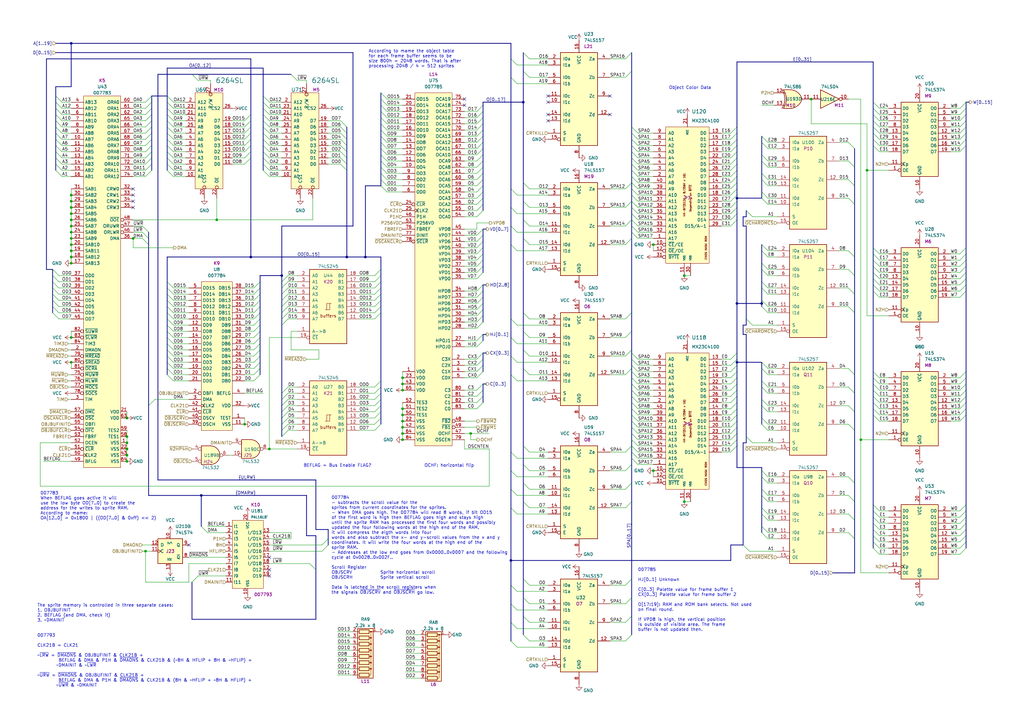
<source format=kicad_sch>
(kicad_sch (version 20230121) (generator eeschema)
  (paper "A3")
  (title_block (title "The Final Round") (date "2023-05-11") (company "Konami GX870") (comment 1 "Sprite Layer - Part 1"))
  (bus_alias "ULRW" (members "~{URW}" "~{LRW}"))
  (bus_alias "DMARW" (members "DMA" "~{LWR}" "~{UWR}"))
  (junction (at 29.21 107.95))
  (junction (at 29.21 80.01))
  (junction (at 52.07 189.23))
  (junction (at 29.21 100.33))
  (junction (at 280.67 113.03))
  (junction (at 52.07 186.69))
  (junction (at 115.57 113.03))
  (junction (at 29.21 102.87))
  (junction (at 302.26 148.59))
  (junction (at 82.55 203.2))
  (junction (at 29.21 17.78))
  (junction (at 165.1 175.26))
  (junction (at 59.69 226.06))
  (junction (at 29.21 105.41))
  (junction (at 332.74 40.64))
  (junction (at 29.21 92.71))
  (junction (at 165.1 157.48))
  (junction (at 214.63 41.91))
  (junction (at 149.86 105.41))
  (junction (at 29.21 82.55))
  (junction (at 29.21 95.25))
  (junction (at 209.55 229.87))
  (junction (at 100.33 173.99))
  (junction (at 52.07 181.61))
  (junction (at 54.61 97.79))
  (junction (at 312.42 124.46))
  (junction (at 267.97 100.33))
  (junction (at 88.9 90.17))
  (junction (at 280.67 205.74))
  (junction (at 165.1 172.72))
  (junction (at 302.26 124.46))
  (junction (at 52.07 179.07))
  (junction (at 29.21 148.59))
  (junction (at 165.1 167.64))
  (junction (at 193.04 177.8))
  (junction (at 353.06 180.34))
  (junction (at 29.21 85.09))
  (junction (at 52.07 184.15))
  (junction (at 165.1 160.02))
  (junction (at 165.1 177.8))
  (junction (at 110.49 184.15))
  (junction (at 165.1 154.94))
  (junction (at 355.6 69.85))
  (junction (at 165.1 180.34))
  (junction (at 52.07 171.45))
  (junction (at 142.24 105.41))
  (junction (at 29.21 87.63))
  (junction (at 29.21 97.79))
  (junction (at 267.97 193.04))
  (junction (at 29.21 138.43))
  (junction (at 165.1 170.18))
  (junction (at 102.87 105.41))
  (junction (at 29.21 90.17))
  (junction (at 302.26 81.28))
  (no_connect (at 224.79 46.99))
  (no_connect (at 224.79 49.53))
  (no_connect (at 224.79 41.91))
  (no_connect (at 224.79 39.37))
  (no_connect (at 54.61 80.01))
  (no_connect (at 54.61 85.09))
  (no_connect (at 250.19 39.37))
  (no_connect (at 250.19 46.99))
  (no_connect (at 54.61 77.47))
  (no_connect (at 54.61 82.55))
  (no_connect (at 190.5 40.64))
  (no_connect (at 190.5 43.18))
  (no_connect (at 77.47 223.52))
  (no_connect (at 110.49 233.68))
  (no_connect (at 110.49 236.22))
  (no_connect (at 110.49 228.6))
  (bus_entry (at 256.54 193.04) (size 2.54 -2.54))
  (bus_entry (at 312.42 171.45) (size 2.54 2.54))
  (bus_entry (at 195.58 162.56) (size 2.54 -2.54))
  (bus_entry (at 68.58 59.69) (size 2.54 2.54))
  (bus_entry (at 347.98 195.58) (size 2.54 2.54))
  (bus_entry (at 209.55 262.89) (size 2.54 2.54))
  (bus_entry (at 21.59 113.03) (size 2.54 2.54))
  (bus_entry (at 358.14 207.01) (size 2.54 2.54))
  (bus_entry (at 68.58 138.43) (size 2.54 2.54))
  (bus_entry (at 142.24 69.85) (size -2.54 -2.54))
  (bus_entry (at 358.14 154.94) (size 2.54 2.54))
  (bus_entry (at 312.42 66.04) (size 2.54 2.54))
  (bus_entry (at 214.63 237.49) (size 2.54 2.54))
  (bus_entry (at 299.72 162.56) (size 2.54 -2.54))
  (bus_entry (at 358.14 167.64) (size 2.54 2.54))
  (bus_entry (at 153.67 163.83) (size 2.54 -2.54))
  (bus_entry (at 107.95 46.99) (size 2.54 2.54))
  (bus_entry (at 195.58 124.46) (size 2.54 -2.54))
  (bus_entry (at 107.95 49.53) (size 2.54 2.54))
  (bus_entry (at 22.86 52.07) (size 2.54 2.54))
  (bus_entry (at 153.67 120.65) (size 2.54 -2.54))
  (bus_entry (at 195.58 104.14) (size 2.54 -2.54))
  (bus_entry (at 259.08 187.96) (size 2.54 2.54))
  (bus_entry (at 156.21 55.88) (size 2.54 2.54))
  (bus_entry (at 68.58 49.53) (size 2.54 2.54))
  (bus_entry (at 68.58 153.67) (size 2.54 2.54))
  (bus_entry (at 259.08 90.17) (size 2.54 2.54))
  (bus_entry (at 347.98 173.99) (size 2.54 2.54))
  (bus_entry (at 22.86 57.15) (size 2.54 2.54))
  (bus_entry (at 347.98 151.13) (size 2.54 2.54))
  (bus_entry (at 347.98 166.37) (size 2.54 2.54))
  (bus_entry (at 115.57 173.99) (size 2.54 -2.54))
  (bus_entry (at 195.58 129.54) (size 2.54 -2.54))
  (bus_entry (at 104.14 156.21) (size 2.54 -2.54))
  (bus_entry (at 358.14 119.38) (size 2.54 2.54))
  (bus_entry (at 299.72 72.39) (size 2.54 -2.54))
  (bus_entry (at 195.58 81.28) (size 2.54 -2.54))
  (bus_entry (at 259.08 59.69) (size 2.54 2.54))
  (bus_entry (at 312.42 151.13) (size 2.54 2.54))
  (bus_entry (at 312.42 81.28) (size 2.54 2.54))
  (bus_entry (at 195.58 45.72) (size 2.54 -2.54))
  (bus_entry (at 21.59 120.65) (size 2.54 2.54))
  (bus_entry (at 102.87 49.53) (size -2.54 2.54))
  (bus_entry (at 156.21 50.8) (size 2.54 2.54))
  (bus_entry (at 115.57 118.11) (size 2.54 -2.54))
  (bus_entry (at 156.21 40.64) (size 2.54 2.54))
  (bus_entry (at 195.58 78.74) (size 2.54 -2.54))
  (bus_entry (at 259.08 87.63) (size 2.54 2.54))
  (bus_entry (at 358.14 224.79) (size 2.54 2.54))
  (bus_entry (at 68.58 118.11) (size 2.54 2.54))
  (bus_entry (at 393.7 172.72) (size 2.54 -2.54))
  (bus_entry (at 142.24 54.61) (size -2.54 -2.54))
  (bus_entry (at 195.58 86.36) (size 2.54 -2.54))
  (bus_entry (at 58.42 92.71) (size 2.54 2.54))
  (bus_entry (at 358.14 111.76) (size 2.54 2.54))
  (bus_entry (at 68.58 115.57) (size 2.54 2.54))
  (bus_entry (at 195.58 139.7) (size 2.54 -2.54))
  (bus_entry (at 62.23 69.85) (size -2.54 2.54))
  (bus_entry (at 107.95 62.23) (size 2.54 2.54))
  (bus_entry (at 68.58 140.97) (size 2.54 2.54))
  (bus_entry (at 312.42 110.49) (size 2.54 2.54))
  (bus_entry (at 68.58 146.05) (size 2.54 2.54))
  (bus_entry (at 104.14 146.05) (size 2.54 -2.54))
  (bus_entry (at 115.57 123.19) (size 2.54 -2.54))
  (bus_entry (at 312.42 58.42) (size 2.54 2.54))
  (bus_entry (at 299.72 167.64) (size 2.54 -2.54))
  (bus_entry (at 347.98 118.11) (size 2.54 2.54))
  (bus_entry (at 358.14 116.84) (size 2.54 2.54))
  (bus_entry (at 214.63 252.73) (size 2.54 2.54))
  (bus_entry (at 156.21 58.42) (size 2.54 2.54))
  (bus_entry (at 214.63 21.59) (size 2.54 2.54))
  (bus_entry (at 358.14 217.17) (size 2.54 2.54))
  (bus_entry (at 312.42 208.28) (size 2.54 2.54))
  (bus_entry (at 299.72 67.31) (size 2.54 -2.54))
  (bus_entry (at 107.95 44.45) (size 2.54 2.54))
  (bus_entry (at 153.67 130.81) (size 2.54 -2.54))
  (bus_entry (at 195.58 53.34) (size 2.54 -2.54))
  (bus_entry (at 256.54 100.33) (size 2.54 -2.54))
  (bus_entry (at 62.23 59.69) (size -2.54 2.54))
  (bus_entry (at 104.14 128.27) (size 2.54 -2.54))
  (bus_entry (at 347.98 203.2) (size 2.54 2.54))
  (bus_entry (at 299.72 152.4) (size 2.54 -2.54))
  (bus_entry (at 358.14 157.48) (size 2.54 2.54))
  (bus_entry (at 102.87 57.15) (size -2.54 2.54))
  (bus_entry (at 104.14 130.81) (size 2.54 -2.54))
  (bus_entry (at 393.7 217.17) (size 2.54 -2.54))
  (bus_entry (at 68.58 148.59) (size 2.54 2.54))
  (bus_entry (at 259.08 144.78) (size 2.54 2.54))
  (bus_entry (at 358.14 46.99) (size 2.54 2.54))
  (bus_entry (at 312.42 125.73) (size 2.54 2.54))
  (bus_entry (at 358.14 54.61) (size 2.54 2.54))
  (bus_entry (at 259.08 72.39) (size 2.54 2.54))
  (bus_entry (at 393.7 62.23) (size 2.54 -2.54))
  (bus_entry (at 68.58 39.37) (size 2.54 2.54))
  (bus_entry (at 393.7 209.55) (size 2.54 -2.54))
  (bus_entry (at 195.58 48.26) (size 2.54 -2.54))
  (bus_entry (at 256.54 200.66) (size 2.54 -2.54))
  (bus_entry (at 358.14 106.68) (size 2.54 2.54))
  (bus_entry (at 195.58 147.32) (size 2.54 -2.54))
  (bus_entry (at 214.63 143.51) (size 2.54 2.54))
  (bus_entry (at 214.63 135.89) (size 2.54 2.54))
  (bus_entry (at 214.63 151.13) (size 2.54 2.54))
  (bus_entry (at 214.63 128.27) (size 2.54 2.54))
  (bus_entry (at 306.07 179.07) (size 2.54 2.54))
  (bus_entry (at 68.58 135.89) (size 2.54 2.54))
  (bus_entry (at 214.63 205.74) (size 2.54 2.54))
  (bus_entry (at 256.54 153.67) (size 2.54 -2.54))
  (bus_entry (at 393.7 160.02) (size 2.54 -2.54))
  (bus_entry (at 259.08 147.32) (size 2.54 2.54))
  (bus_entry (at 312.42 156.21) (size 2.54 2.54))
  (bus_entry (at 259.08 154.94) (size 2.54 2.54))
  (bus_entry (at 68.58 44.45) (size 2.54 2.54))
  (bus_entry (at 209.55 255.27) (size 2.54 2.54))
  (bus_entry (at 68.58 64.77) (size 2.54 2.54))
  (bus_entry (at 209.55 153.67) (size 2.54 2.54))
  (bus_entry (at 21.59 118.11) (size 2.54 2.54))
  (bus_entry (at 393.7 109.22) (size 2.54 -2.54))
  (bus_entry (at 153.67 171.45) (size 2.54 -2.54))
  (bus_entry (at 68.58 133.35) (size 2.54 2.54))
  (bus_entry (at 209.55 100.33) (size 2.54 2.54))
  (bus_entry (at 259.08 67.31) (size 2.54 2.54))
  (bus_entry (at 153.67 125.73) (size 2.54 -2.54))
  (bus_entry (at 156.21 63.5) (size 2.54 2.54))
  (bus_entry (at 156.21 45.72) (size 2.54 2.54))
  (bus_entry (at 68.58 41.91) (size 2.54 2.54))
  (bus_entry (at 195.58 88.9) (size 2.54 -2.54))
  (bus_entry (at 299.72 57.15) (size 2.54 -2.54))
  (bus_entry (at 256.54 208.28) (size 2.54 -2.54))
  (bus_entry (at 259.08 54.61) (size 2.54 2.54))
  (bus_entry (at 347.98 125.73) (size 2.54 2.54))
  (bus_entry (at 393.7 121.92) (size 2.54 -2.54))
  (bus_entry (at 299.72 54.61) (size 2.54 -2.54))
  (bus_entry (at 153.67 176.53) (size 2.54 -2.54))
  (bus_entry (at 156.21 71.12) (size 2.54 2.54))
  (bus_entry (at 115.57 125.73) (size 2.54 -2.54))
  (bus_entry (at 153.67 118.11) (size 2.54 -2.54))
  (bus_entry (at 312.42 195.58) (size 2.54 2.54))
  (bus_entry (at 153.67 113.03) (size 2.54 -2.54))
  (bus_entry (at 68.58 120.65) (size 2.54 2.54))
  (bus_entry (at 259.08 74.93) (size 2.54 2.54))
  (bus_entry (at 209.55 208.28) (size 2.54 2.54))
  (bus_entry (at 209.55 146.05) (size 2.54 2.54))
  (bus_entry (at 68.58 143.51) (size 2.54 2.54))
  (bus_entry (at 102.87 62.23) (size -2.54 2.54))
  (bus_entry (at 358.14 214.63) (size 2.54 2.54))
  (bus_entry (at 312.42 55.88) (size 2.54 2.54))
  (bus_entry (at 68.58 52.07) (size 2.54 2.54))
  (bus_entry (at 102.87 64.77) (size -2.54 2.54))
  (bus_entry (at 347.98 110.49) (size 2.54 2.54))
  (bus_entry (at 115.57 163.83) (size 2.54 -2.54))
  (bus_entry (at 358.14 160.02) (size 2.54 2.54))
  (bus_entry (at 107.95 54.61) (size 2.54 2.54))
  (bus_entry (at 78.74 30.48) (size 2.54 2.54))
  (bus_entry (at 195.58 114.3) (size 2.54 -2.54))
  (bus_entry (at 104.14 123.19) (size 2.54 -2.54))
  (bus_entry (at 358.14 219.71) (size 2.54 2.54))
  (bus_entry (at 68.58 46.99) (size 2.54 2.54))
  (bus_entry (at 195.58 50.8) (size 2.54 -2.54))
  (bus_entry (at 22.86 49.53) (size 2.54 2.54))
  (bus_entry (at 393.7 157.48) (size 2.54 -2.54))
  (bus_entry (at 259.08 149.86) (size 2.54 2.54))
  (bus_entry (at 259.08 95.25) (size 2.54 2.54))
  (bus_entry (at 259.08 62.23) (size 2.54 2.54))
  (bus_entry (at 62.23 39.37) (size -2.54 2.54))
  (bus_entry (at 195.58 111.76) (size 2.54 -2.54))
  (bus_entry (at 62.23 46.99) (size -2.54 2.54))
  (bus_entry (at 102.87 59.69) (size -2.54 2.54))
  (bus_entry (at 68.58 54.61) (size 2.54 2.54))
  (bus_entry (at 195.58 134.62) (size 2.54 -2.54))
  (bus_entry (at 299.72 90.17) (size 2.54 -2.54))
  (bus_entry (at 393.7 116.84) (size 2.54 -2.54))
  (bus_entry (at 153.67 173.99) (size 2.54 -2.54))
  (bus_entry (at 256.54 24.13) (size 2.54 -2.54))
  (bus_entry (at 195.58 142.24) (size 2.54 -2.54))
  (bus_entry (at 299.72 77.47) (size 2.54 -2.54))
  (bus_entry (at 58.42 97.79) (size 2.54 2.54))
  (bus_entry (at 104.14 138.43) (size 2.54 -2.54))
  (bus_entry (at 209.55 200.66) (size 2.54 2.54))
  (bus_entry (at 259.08 69.85) (size 2.54 2.54))
  (bus_entry (at 214.63 245.11) (size 2.54 2.54))
  (bus_entry (at 299.72 157.48) (size 2.54 -2.54))
  (bus_entry (at 299.72 160.02) (size 2.54 -2.54))
  (bus_entry (at 156.21 60.96) (size 2.54 2.54))
  (bus_entry (at 256.54 255.27) (size 2.54 -2.54))
  (bus_entry (at 256.54 262.89) (size 2.54 -2.54))
  (bus_entry (at 256.54 247.65) (size 2.54 -2.54))
  (bus_entry (at 256.54 240.03) (size 2.54 -2.54))
  (bus_entry (at 393.7 222.25) (size 2.54 -2.54))
  (bus_entry (at 312.42 63.5) (size 2.54 2.54))
  (bus_entry (at 259.08 160.02) (size 2.54 2.54))
  (bus_entry (at 358.14 222.25) (size 2.54 2.54))
  (bus_entry (at 68.58 128.27) (size 2.54 2.54))
  (bus_entry (at 312.42 118.11) (size 2.54 2.54))
  (bus_entry (at 62.23 54.61) (size -2.54 2.54))
  (bus_entry (at 153.67 128.27) (size 2.54 -2.54))
  (bus_entry (at 195.58 71.12) (size 2.54 -2.54))
  (bus_entry (at 259.08 152.4) (size 2.54 2.54))
  (bus_entry (at 68.58 62.23) (size 2.54 2.54))
  (bus_entry (at 142.24 52.07) (size -2.54 -2.54))
  (bus_entry (at 153.67 168.91) (size 2.54 -2.54))
  (bus_entry (at 195.58 60.96) (size 2.54 -2.54))
  (bus_entry (at 115.57 171.45) (size 2.54 -2.54))
  (bus_entry (at 195.58 73.66) (size 2.54 -2.54))
  (bus_entry (at 312.42 218.44) (size 2.54 2.54))
  (bus_entry (at 115.57 133.35) (size 2.54 -2.54))
  (bus_entry (at 104.14 133.35) (size 2.54 -2.54))
  (bus_entry (at 153.67 158.75) (size 2.54 -2.54))
  (bus_entry (at 156.21 38.1) (size 2.54 2.54))
  (bus_entry (at 209.55 247.65) (size 2.54 2.54))
  (bus_entry (at 304.8 223.52) (size 2.54 2.54))
  (bus_entry (at 115.57 130.81) (size 2.54 -2.54))
  (bus_entry (at 22.86 44.45) (size 2.54 2.54))
  (bus_entry (at 256.54 77.47) (size 2.54 -2.54))
  (bus_entry (at 299.72 69.85) (size 2.54 -2.54))
  (bus_entry (at 299.72 149.86) (size 2.54 -2.54))
  (bus_entry (at 358.14 165.1) (size 2.54 2.54))
  (bus_entry (at 256.54 185.42) (size 2.54 -2.54))
  (bus_entry (at 62.23 67.31) (size -2.54 2.54))
  (bus_entry (at 358.14 109.22) (size 2.54 2.54))
  (bus_entry (at 153.67 161.29) (size 2.54 -2.54))
  (bus_entry (at 214.63 260.35) (size 2.54 2.54))
  (bus_entry (at 312.42 73.66) (size 2.54 2.54))
  (bus_entry (at 22.86 41.91) (size 2.54 2.54))
  (bus_entry (at 259.08 85.09) (size 2.54 2.54))
  (bus_entry (at 209.55 24.13) (size 2.54 2.54))
  (bus_entry (at 107.95 59.69) (size 2.54 2.54))
  (bus_entry (at 62.23 62.23) (size -2.54 2.54))
  (bus_entry (at 393.7 227.33) (size 2.54 -2.54))
  (bus_entry (at 358.14 44.45) (size 2.54 2.54))
  (bus_entry (at 22.86 67.31) (size 2.54 2.54))
  (bus_entry (at 209.55 92.71) (size 2.54 2.54))
  (bus_entry (at 115.57 120.65) (size 2.54 -2.54))
  (bus_entry (at 312.42 78.74) (size 2.54 2.54))
  (bus_entry (at 299.72 172.72) (size 2.54 -2.54))
  (bus_entry (at 195.58 58.42) (size 2.54 -2.54))
  (bus_entry (at 393.7 219.71) (size 2.54 -2.54))
  (bus_entry (at 259.08 64.77) (size 2.54 2.54))
  (bus_entry (at 393.7 46.99) (size 2.54 -2.54))
  (bus_entry (at 78.74 238.76) (size 2.54 -2.54))
  (bus_entry (at 209.55 85.09) (size 2.54 2.54))
  (bus_entry (at 104.14 151.13) (size 2.54 -2.54))
  (bus_entry (at 393.7 214.63) (size 2.54 -2.54))
  (bus_entry (at 259.08 77.47) (size 2.54 2.54))
  (bus_entry (at 68.58 69.85) (size 2.54 2.54))
  (bus_entry (at 142.24 67.31) (size -2.54 -2.54))
  (bus_entry (at 312.42 148.59) (size 2.54 2.54))
  (bus_entry (at 299.72 64.77) (size 2.54 -2.54))
  (bus_entry (at 127 231.14) (size 2.54 2.54))
  (bus_entry (at 256.54 146.05) (size 2.54 -2.54))
  (bus_entry (at 21.59 115.57) (size 2.54 2.54))
  (bus_entry (at 393.7 114.3) (size 2.54 -2.54))
  (bus_entry (at 21.59 125.73) (size 2.54 2.54))
  (bus_entry (at 347.98 218.44) (size 2.54 2.54))
  (bus_entry (at 312.42 158.75) (size 2.54 2.54))
  (bus_entry (at 358.14 59.69) (size 2.54 2.54))
  (bus_entry (at 259.08 157.48) (size 2.54 2.54))
  (bus_entry (at 107.95 41.91) (size 2.54 2.54))
  (bus_entry (at 195.58 101.6) (size 2.54 -2.54))
  (bus_entry (at 21.59 110.49) (size 2.54 2.54))
  (bus_entry (at 68.58 123.19) (size 2.54 2.54))
  (bus_entry (at 195.58 165.1) (size 2.54 -2.54))
  (bus_entry (at 256.54 85.09) (size 2.54 -2.54))
  (bus_entry (at 62.23 49.53) (size -2.54 2.54))
  (bus_entry (at 393.7 54.61) (size 2.54 -2.54))
  (bus_entry (at 214.63 182.88) (size 2.54 2.54))
  (bus_entry (at 22.86 54.61) (size 2.54 2.54))
  (bus_entry (at 393.7 57.15) (size 2.54 -2.54))
  (bus_entry (at 299.72 147.32) (size 2.54 -2.54))
  (bus_entry (at 195.58 66.04) (size 2.54 -2.54))
  (bus_entry (at 299.72 82.55) (size 2.54 -2.54))
  (bus_entry (at 256.54 92.71) (size 2.54 -2.54))
  (bus_entry (at 107.95 67.31) (size 2.54 2.54))
  (bus_entry (at 115.57 166.37) (size 2.54 -2.54))
  (bus_entry (at 153.67 123.19) (size 2.54 -2.54))
  (bus_entry (at 195.58 160.02) (size 2.54 -2.54))
  (bus_entry (at 195.58 96.52) (size 2.54 -2.54))
  (bus_entry (at 22.86 39.37) (size 2.54 2.54))
  (bus_entry (at 259.08 165.1) (size 2.54 2.54))
  (bus_entry (at 209.55 185.42) (size 2.54 2.54))
  (bus_entry (at 68.58 125.73) (size 2.54 2.54))
  (bus_entry (at 393.7 59.69) (size 2.54 -2.54))
  (bus_entry (at 142.24 64.77) (size -2.54 -2.54))
  (bus_entry (at 299.72 74.93) (size 2.54 -2.54))
  (bus_entry (at 299.72 59.69) (size 2.54 -2.54))
  (bus_entry (at 259.08 167.64) (size 2.54 2.54))
  (bus_entry (at 82.55 215.9) (size 2.54 2.54))
  (bus_entry (at 22.86 69.85) (size 2.54 2.54))
  (bus_entry (at 115.57 115.57) (size 2.54 -2.54))
  (bus_entry (at 393.7 165.1) (size 2.54 -2.54))
  (bus_entry (at 102.87 52.07) (size -2.54 2.54))
  (bus_entry (at 358.14 114.3) (size 2.54 2.54))
  (bus_entry (at 312.42 166.37) (size 2.54 2.54))
  (bus_entry (at 393.7 111.76) (size 2.54 -2.54))
  (bus_entry (at 393.7 106.68) (size 2.54 -2.54))
  (bus_entry (at 259.08 172.72) (size 2.54 2.54))
  (bus_entry (at 312.42 123.19) (size 2.54 2.54))
  (bus_entry (at 256.54 138.43) (size 2.54 -2.54))
  (bus_entry (at 299.72 62.23) (size 2.54 -2.54))
  (bus_entry (at 299.72 170.18) (size 2.54 -2.54))
  (bus_entry (at 195.58 167.64) (size 2.54 -2.54))
  (bus_entry (at 312.42 210.82) (size 2.54 2.54))
  (bus_entry (at 104.14 120.65) (size 2.54 -2.54))
  (bus_entry (at 195.58 121.92) (size 2.54 -2.54))
  (bus_entry (at 68.58 57.15) (size 2.54 2.54))
  (bus_entry (at 107.95 57.15) (size 2.54 2.54))
  (bus_entry (at 259.08 82.55) (size 2.54 2.54))
  (bus_entry (at 132.08 223.52) (size 2.54 -2.54))
  (bus_entry (at 393.7 224.79) (size 2.54 -2.54))
  (bus_entry (at 107.95 52.07) (size 2.54 2.54))
  (bus_entry (at 115.57 168.91) (size 2.54 -2.54))
  (bus_entry (at 347.98 102.87) (size 2.54 2.54))
  (bus_entry (at 358.14 101.6) (size 2.54 2.54))
  (bus_entry (at 195.58 55.88) (size 2.54 -2.54))
  (bus_entry (at 22.86 59.69) (size 2.54 2.54))
  (bus_entry (at 195.58 76.2) (size 2.54 -2.54))
  (bus_entry (at 312.42 100.33) (size 2.54 2.54))
  (bus_entry (at 104.14 153.67) (size 2.54 -2.54))
  (bus_entry (at 102.87 46.99) (size -2.54 2.54))
  (bus_entry (at 358.14 52.07) (size 2.54 2.54))
  (bus_entry (at 104.14 143.51) (size 2.54 -2.54))
  (bus_entry (at 195.58 127) (size 2.54 -2.54))
  (bus_entry (at 299.72 180.34) (size 2.54 -2.54))
  (bus_entry (at 209.55 138.43) (size 2.54 2.54))
  (bus_entry (at 393.7 167.64) (size 2.54 -2.54))
  (bus_entry (at 299.72 185.42) (size 2.54 -2.54))
  (bus_entry (at 115.57 161.29) (size 2.54 -2.54))
  (bus_entry (at 299.72 182.88) (size 2.54 -2.54))
  (bus_entry (at 299.72 177.8) (size 2.54 -2.54))
  (bus_entry (at 393.7 44.45) (size 2.54 -2.54))
  (bus_entry (at 195.58 83.82) (size 2.54 -2.54))
  (bus_entry (at 393.7 212.09) (size 2.54 -2.54))
  (bus_entry (at 156.21 68.58) (size 2.54 2.54))
  (bus_entry (at 259.08 52.07) (size 2.54 2.54))
  (bus_entry (at 153.67 115.57) (size 2.54 -2.54))
  (bus_entry (at 21.59 128.27) (size 2.54 2.54))
  (bus_entry (at 214.63 74.93) (size 2.54 2.54))
  (bus_entry (at 312.42 215.9) (size 2.54 2.54))
  (bus_entry (at 259.08 182.88) (size 2.54 2.54))
  (bus_entry (at 107.95 39.37) (size 2.54 2.54))
  (bus_entry (at 209.55 240.03) (size 2.54 2.54))
  (bus_entry (at 358.14 41.91) (size 2.54 2.54))
  (bus_entry (at 58.42 95.25) (size 2.54 2.54))
  (bus_entry (at 22.86 62.23) (size 2.54 2.54))
  (bus_entry (at 68.58 151.13) (size 2.54 2.54))
  (bus_entry (at 21.59 123.19) (size 2.54 2.54))
  (bus_entry (at 259.08 170.18) (size 2.54 2.54))
  (bus_entry (at 195.58 99.06) (size 2.54 -2.54))
  (bus_entry (at 195.58 149.86) (size 2.54 -2.54))
  (bus_entry (at 393.7 104.14) (size 2.54 -2.54))
  (bus_entry (at 312.42 203.2) (size 2.54 2.54))
  (bus_entry (at 214.63 190.5) (size 2.54 2.54))
  (bus_entry (at 62.23 52.07) (size -2.54 2.54))
  (bus_entry (at 104.14 140.97) (size 2.54 -2.54))
  (bus_entry (at 347.98 158.75) (size 2.54 2.54))
  (bus_entry (at 358.14 209.55) (size 2.54 2.54))
  (bus_entry (at 312.42 200.66) (size 2.54 2.54))
  (bus_entry (at 156.21 43.18) (size 2.54 2.54))
  (bus_entry (at 104.14 148.59) (size 2.54 -2.54))
  (bus_entry (at 259.08 177.8) (size 2.54 2.54))
  (bus_entry (at 358.14 49.53) (size 2.54 2.54))
  (bus_entry (at 104.14 125.73) (size 2.54 -2.54))
  (bus_entry (at 195.58 154.94) (size 2.54 -2.54))
  (bus_entry (at 62.23 44.45) (size -2.54 2.54))
  (bus_entry (at 393.7 52.07) (size 2.54 -2.54))
  (bus_entry (at 62.23 41.91) (size -2.54 2.54))
  (bus_entry (at 62.23 57.15) (size -2.54 2.54))
  (bus_entry (at 115.57 179.07) (size 2.54 -2.54))
  (bus_entry (at 393.7 49.53) (size 2.54 -2.54))
  (bus_entry (at 209.55 77.47) (size 2.54 2.54))
  (bus_entry (at 256.54 31.75) (size 2.54 -2.54))
  (bus_entry (at 60.96 166.37) (size 2.54 -2.54))
  (bus_entry (at 358.14 162.56) (size 2.54 2.54))
  (bus_entry (at 214.63 97.79) (size 2.54 2.54))
  (bus_entry (at 22.86 64.77) (size 2.54 2.54))
  (bus_entry (at 195.58 63.5) (size 2.54 -2.54))
  (bus_entry (at 156.21 76.2) (size 2.54 2.54))
  (bus_entry (at 259.08 162.56) (size 2.54 2.54))
  (bus_entry (at 115.57 128.27) (size 2.54 -2.54))
  (bus_entry (at 62.23 64.77) (size -2.54 2.54))
  (bus_entry (at 299.72 85.09) (size 2.54 -2.54))
  (bus_entry (at 256.54 130.81) (size 2.54 -2.54))
  (bus_entry (at 259.08 57.15) (size 2.54 2.54))
  (bus_entry (at 358.14 104.14) (size 2.54 2.54))
  (bus_entry (at 259.08 175.26) (size 2.54 2.54))
  (bus_entry (at 259.08 80.01) (size 2.54 2.54))
  (bus_entry (at 119.38 30.48) (size 2.54 2.54))
  (bus_entry (at 156.21 53.34) (size 2.54 2.54))
  (bus_entry (at 393.7 119.38) (size 2.54 -2.54))
  (bus_entry (at 306.07 130.81) (size 2.54 2.54))
  (bus_entry (at 156.21 66.04) (size 2.54 2.54))
  (bus_entry (at 312.42 173.99) (size 2.54 2.54))
  (bus_entry (at 393.7 162.56) (size 2.54 -2.54))
  (bus_entry (at 214.63 29.21) (size 2.54 2.54))
  (bus_entry (at 259.08 180.34) (size 2.54 2.54))
  (bus_entry (at 312.42 193.04) (size 2.54 2.54))
  (bus_entry (at 312.42 163.83) (size 2.54 2.54))
  (bus_entry (at 115.57 176.53) (size 2.54 -2.54))
  (bus_entry (at 299.72 154.94) (size 2.54 -2.54))
  (bus_entry (at 104.14 135.89) (size 2.54 -2.54))
  (bus_entry (at 195.58 119.38) (size 2.54 -2.54))
  (bus_entry (at 156.21 73.66) (size 2.54 2.54))
  (bus_entry (at 299.72 87.63) (size 2.54 -2.54))
  (bus_entry (at 358.14 170.18) (size 2.54 2.54))
  (bus_entry (at 209.55 130.81) (size 2.54 2.54))
  (bus_entry (at 358.14 57.15) (size 2.54 2.54))
  (bus_entry (at 312.42 107.95) (size 2.54 2.54))
  (bus_entry (at 259.08 185.42) (size 2.54 2.54))
  (bus_entry (at 358.14 212.09) (size 2.54 2.54))
  (bus_entry (at 107.95 64.77) (size 2.54 2.54))
  (bus_entry (at 209.55 31.75) (size 2.54 2.54))
  (bus_entry (at 299.72 92.71) (size 2.54 -2.54))
  (bus_entry (at 104.14 118.11) (size 2.54 -2.54))
  (bus_entry (at 393.7 154.94) (size 2.54 -2.54))
  (bus_entry (at 306.07 86.36) (size 2.54 2.54))
  (bus_entry (at 214.63 82.55) (size 2.54 2.54))
  (bus_entry (at 195.58 152.4) (size 2.54 -2.54))
  (bus_entry (at 259.08 92.71) (size 2.54 2.54))
  (bus_entry (at 214.63 198.12) (size 2.54 2.54))
  (bus_entry (at 195.58 132.08) (size 2.54 -2.54))
  (bus_entry (at 312.42 115.57) (size 2.54 2.54))
  (bus_entry (at 142.24 62.23) (size -2.54 -2.54))
  (bus_entry (at 22.86 46.99) (size 2.54 2.54))
  (bus_entry (at 299.72 165.1) (size 2.54 -2.54))
  (bus_entry (at 358.14 152.4) (size 2.54 2.54))
  (bus_entry (at 209.55 193.04) (size 2.54 2.54))
  (bus_entry (at 347.98 58.42) (size 2.54 2.54))
  (bus_entry (at 347.98 66.04) (size 2.54 2.54))
  (bus_entry (at 347.98 73.66) (size 2.54 2.54))
  (bus_entry (at 347.98 81.28) (size 2.54 2.54))
  (bus_entry (at 195.58 109.22) (size 2.54 -2.54))
  (bus_entry (at 102.87 54.61) (size -2.54 2.54))
  (bus_entry (at 156.21 48.26) (size 2.54 2.54))
  (bus_entry (at 299.72 80.01) (size 2.54 -2.54))
  (bus_entry (at 107.95 69.85) (size 2.54 2.54))
  (bus_entry (at 68.58 67.31) (size 2.54 2.54))
  (bus_entry (at 132.08 226.06) (size 2.54 -2.54))
  (bus_entry (at 68.58 130.81) (size 2.54 2.54))
  (bus_entry (at 312.42 102.87) (size 2.54 2.54))
  (bus_entry (at 153.67 166.37) (size 2.54 -2.54))
  (bus_entry (at 142.24 59.69) (size -2.54 -2.54))
  (bus_entry (at 195.58 106.68) (size 2.54 -2.54))
  (bus_entry (at 195.58 68.58) (size 2.54 -2.54))
  (bus_entry (at 312.42 71.12) (size 2.54 2.54))
  (bus_entry (at 347.98 210.82) (size 2.54 2.54))
  (bus_entry (at 299.72 175.26) (size 2.54 -2.54))
  (bus_entry (at 142.24 57.15) (size -2.54 -2.54))
  (bus_entry (at 214.63 90.17) (size 2.54 2.54))
  (bus_entry (at 393.7 170.18) (size 2.54 -2.54))
  (wire (pts (xy 52.07 184.15) (xy 52.07 186.69)))
  (wire (pts (xy 110.49 54.61) (xy 115.57 54.61)))
  (bus (pts (xy 358.14 157.48) (xy 358.14 160.02)))
  (bus (pts (xy 396.24 109.22) (xy 396.24 106.68)))
  (wire (pts (xy 54.61 52.07) (xy 59.69 52.07)))
  (wire (pts (xy 190.5 149.86) (xy 195.58 149.86)))
  (wire (pts (xy 217.17 85.09) (xy 224.79 85.09)))
  (wire (pts (xy 100.33 54.61) (xy 95.25 54.61)))
  (wire (pts (xy 29.21 87.63) (xy 29.21 90.17)))
  (wire (pts (xy 100.33 133.35) (xy 104.14 133.35)))
  (bus (pts (xy 312.42 124.46) (xy 312.42 125.73)))
  (bus (pts (xy 19.05 110.49) (xy 19.05 24.13)))
  (bus (pts (xy 198.12 78.74) (xy 198.12 76.2)))
  (wire (pts (xy 261.62 152.4) (xy 267.97 152.4)))
  (bus (pts (xy 115.57 128.27) (xy 115.57 125.73)))
  (bus (pts (xy 214.63 260.35) (xy 214.63 252.73)))
  (wire (pts (xy 261.62 82.55) (xy 267.97 82.55)))
  (wire (pts (xy 147.32 166.37) (xy 153.67 166.37)))
  (wire (pts (xy 25.4 49.53) (xy 29.21 49.53)))
  (bus (pts (xy 156.21 45.72) (xy 156.21 48.26)))
  (bus (pts (xy 304.8 137.16) (xy 304.8 133.35)))
  (bus (pts (xy 396.24 152.4) (xy 396.24 119.38)))
  (wire (pts (xy 217.17 208.28) (xy 224.79 208.28)))
  (wire (pts (xy 344.17 73.66) (xy 347.98 73.66)))
  (bus (pts (xy 198.12 73.66) (xy 198.12 71.12)))
  (bus (pts (xy 22.86 49.53) (xy 22.86 52.07)))
  (wire (pts (xy 190.5 66.04) (xy 195.58 66.04)))
  (wire (pts (xy 52.07 176.53) (xy 52.07 179.07)))
  (bus (pts (xy 198.12 147.32) (xy 198.12 144.78)))
  (wire (pts (xy 193.04 177.8) (xy 200.66 177.8)))
  (wire (pts (xy 29.21 100.33) (xy 29.21 102.87)))
  (wire (pts (xy 110.49 64.77) (xy 115.57 64.77)))
  (wire (pts (xy 100.33 153.67) (xy 104.14 153.67)))
  (wire (pts (xy 360.68 212.09) (xy 364.49 212.09)))
  (bus (pts (xy 22.86 39.37) (xy 22.86 41.91)))
  (bus (pts (xy 259.08 160.02) (xy 259.08 162.56)))
  (wire (pts (xy 314.96 161.29) (xy 318.77 161.29)))
  (wire (pts (xy 261.62 87.63) (xy 267.97 87.63)))
  (bus (pts (xy 259.08 87.63) (xy 259.08 90.17)))
  (bus (pts (xy 358.14 214.63) (xy 358.14 217.17)))
  (wire (pts (xy 190.5 60.96) (xy 195.58 60.96)))
  (wire (pts (xy 261.62 69.85) (xy 267.97 69.85)))
  (wire (pts (xy 100.33 57.15) (xy 95.25 57.15)))
  (wire (pts (xy 147.32 171.45) (xy 153.67 171.45)))
  (bus (pts (xy 259.08 175.26) (xy 259.08 177.8)))
  (bus (pts (xy 312.42 195.58) (xy 312.42 193.04)))
  (wire (pts (xy 295.91 152.4) (xy 299.72 152.4)))
  (wire (pts (xy 295.91 149.86) (xy 299.72 149.86)))
  (wire (pts (xy 147.32 128.27) (xy 153.67 128.27)))
  (bus (pts (xy 302.26 81.28) (xy 312.42 81.28)))
  (wire (pts (xy 71.12 44.45) (xy 76.2 44.45)))
  (wire (pts (xy 190.5 63.5) (xy 195.58 63.5)))
  (wire (pts (xy 118.11 173.99) (xy 121.92 173.99)))
  (wire (pts (xy 54.61 64.77) (xy 59.69 64.77)))
  (bus (pts (xy 62.23 57.15) (xy 62.23 59.69)))
  (bus (pts (xy 22.86 46.99) (xy 22.86 49.53)))
  (wire (pts (xy 217.17 24.13) (xy 224.79 24.13)))
  (bus (pts (xy 102.87 46.99) (xy 102.87 49.53)))
  (wire (pts (xy 250.19 130.81) (xy 256.54 130.81)))
  (wire (pts (xy 100.33 143.51) (xy 104.14 143.51)))
  (bus (pts (xy 21.59 113.03) (xy 21.59 110.49)))
  (wire (pts (xy 250.19 77.47) (xy 256.54 77.47)))
  (bus (pts (xy 21.59 110.49) (xy 19.05 110.49)))
  (wire (pts (xy 314.96 153.67) (xy 318.77 153.67)))
  (bus (pts (xy 302.26 67.31) (xy 302.26 69.85)))
  (wire (pts (xy 261.62 90.17) (xy 267.97 90.17)))
  (wire (pts (xy 118.11 158.75) (xy 121.92 158.75)))
  (bus (pts (xy 106.68 133.35) (xy 106.68 135.89)))
  (wire (pts (xy 389.89 162.56) (xy 393.7 162.56)))
  (wire (pts (xy 71.12 143.51) (xy 77.47 143.51)))
  (wire (pts (xy 88.9 90.17) (xy 88.9 81.28)))
  (bus (pts (xy 68.58 49.53) (xy 68.58 52.07)))
  (wire (pts (xy 158.75 60.96) (xy 165.1 60.96)))
  (wire (pts (xy 158.75 45.72) (xy 165.1 45.72)))
  (bus (pts (xy 68.58 57.15) (xy 68.58 59.69)))
  (wire (pts (xy 128.27 90.17) (xy 128.27 81.28)))
  (bus (pts (xy 312.42 63.5) (xy 312.42 66.04)))
  (wire (pts (xy 344.17 210.82) (xy 347.98 210.82)))
  (wire (pts (xy 267.97 100.33) (xy 267.97 102.87)))
  (wire (pts (xy 261.62 170.18) (xy 267.97 170.18)))
  (bus (pts (xy 156.21 118.11) (xy 156.21 115.57)))
  (wire (pts (xy 212.09 156.21) (xy 224.79 156.21)))
  (wire (pts (xy 190.5 165.1) (xy 195.58 165.1)))
  (bus (pts (xy 68.58 135.89) (xy 68.58 138.43)))
  (wire (pts (xy 389.89 214.63) (xy 393.7 214.63)))
  (bus (pts (xy 358.14 25.4) (xy 302.26 25.4)))
  (wire (pts (xy 360.68 160.02) (xy 364.49 160.02)))
  (wire (pts (xy 344.17 158.75) (xy 347.98 158.75)))
  (wire (pts (xy 71.12 41.91) (xy 76.2 41.91)))
  (bus (pts (xy 156.21 163.83) (xy 156.21 161.29)))
  (wire (pts (xy 190.5 50.8) (xy 195.58 50.8)))
  (bus (pts (xy 68.58 59.69) (xy 68.58 62.23)))
  (wire (pts (xy 139.7 49.53) (xy 134.62 49.53)))
  (bus (pts (xy 259.08 205.74) (xy 259.08 237.49)))
  (wire (pts (xy 29.21 125.73) (xy 24.13 125.73)))
  (wire (pts (xy 190.5 154.94) (xy 195.58 154.94)))
  (bus (pts (xy 78.74 254) (xy 129.54 254)))
  (bus (pts (xy 259.08 57.15) (xy 259.08 59.69)))
  (bus (pts (xy 312.42 173.99) (xy 312.42 171.45)))
  (wire (pts (xy 389.89 209.55) (xy 393.7 209.55)))
  (wire (pts (xy 158.75 53.34) (xy 165.1 53.34)))
  (wire (pts (xy 190.5 184.15) (xy 200.66 184.15)))
  (wire (pts (xy 100.33 135.89) (xy 104.14 135.89)))
  (bus (pts (xy 259.08 157.48) (xy 259.08 160.02)))
  (wire (pts (xy 52.07 179.07) (xy 52.07 181.61)))
  (wire (pts (xy 81.28 33.02) (xy 86.36 33.02)))
  (wire (pts (xy 344.17 166.37) (xy 347.98 166.37)))
  (bus (pts (xy 68.58 27.94) (xy 107.95 27.94)))
  (bus (pts (xy 302.26 149.86) (xy 302.26 152.4)))
  (wire (pts (xy 314.96 203.2) (xy 318.77 203.2)))
  (bus (pts (xy 350.52 168.91) (xy 350.52 176.53)))
  (wire (pts (xy 58.42 223.52) (xy 62.23 223.52)))
  (bus (pts (xy 198.12 53.34) (xy 198.12 50.8)))
  (bus (pts (xy 209.55 240.03) (xy 209.55 247.65)))
  (wire (pts (xy 312.42 43.18) (xy 317.5 43.18)))
  (bus (pts (xy 259.08 85.09) (xy 259.08 87.63)))
  (wire (pts (xy 121.92 33.02) (xy 125.73 33.02)))
  (bus (pts (xy 156.21 43.18) (xy 156.21 45.72)))
  (wire (pts (xy 118.11 120.65) (xy 121.92 120.65)))
  (wire (pts (xy 16.51 181.61) (xy 29.21 181.61)))
  (wire (pts (xy 217.17 31.75) (xy 224.79 31.75)))
  (wire (pts (xy 250.19 85.09) (xy 256.54 85.09)))
  (bus (pts (xy 198.12 137.16) (xy 199.39 137.16)))
  (bus (pts (xy 198.12 101.6) (xy 198.12 99.06)))
  (bus (pts (xy 259.08 64.77) (xy 259.08 67.31)))
  (bus (pts (xy 396.24 59.69) (xy 396.24 57.15)))
  (bus (pts (xy 259.08 72.39) (xy 259.08 74.93)))
  (wire (pts (xy 130.81 147.32) (xy 125.73 147.32)))
  (wire (pts (xy 261.62 59.69) (xy 267.97 59.69)))
  (bus (pts (xy 198.12 104.14) (xy 198.12 101.6)))
  (wire (pts (xy 25.4 44.45) (xy 29.21 44.45)))
  (wire (pts (xy 355.6 69.85) (xy 355.6 50.8)))
  (wire (pts (xy 190.5 81.28) (xy 195.58 81.28)))
  (bus (pts (xy 350.52 68.58) (xy 350.52 76.2)))
  (bus (pts (xy 302.26 82.55) (xy 302.26 85.09)))
  (bus (pts (xy 350.52 105.41) (xy 350.52 113.03)))
  (bus (pts (xy 259.08 92.71) (xy 259.08 95.25)))
  (bus (pts (xy 142.24 59.69) (xy 142.24 57.15)))
  (bus (pts (xy 68.58 148.59) (xy 68.58 151.13)))
  (wire (pts (xy 212.09 140.97) (xy 224.79 140.97)))
  (wire (pts (xy 314.96 66.04) (xy 318.77 66.04)))
  (wire (pts (xy 295.91 82.55) (xy 299.72 82.55)))
  (bus (pts (xy 350.52 205.74) (xy 350.52 213.36)))
  (wire (pts (xy 71.12 130.81) (xy 77.47 130.81)))
  (bus (pts (xy 62.23 41.91) (xy 62.23 44.45)))
  (bus (pts (xy 312.42 78.74) (xy 312.42 81.28)))
  (bus (pts (xy 358.14 219.71) (xy 358.14 222.25)))
  (wire (pts (xy 118.11 113.03) (xy 121.92 113.03)))
  (wire (pts (xy 190.5 83.82) (xy 195.58 83.82)))
  (wire (pts (xy 166.37 273.05) (xy 172.72 273.05)))
  (bus (pts (xy 198.12 41.91) (xy 198.12 43.18)))
  (wire (pts (xy 139.7 64.77) (xy 134.62 64.77)))
  (wire (pts (xy 71.12 146.05) (xy 77.47 146.05)))
  (bus (pts (xy 68.58 120.65) (xy 68.58 123.19)))
  (bus (pts (xy 396.24 157.48) (xy 396.24 154.94)))
  (wire (pts (xy 314.96 220.98) (xy 318.77 220.98)))
  (bus (pts (xy 198.12 137.16) (xy 198.12 139.7)))
  (wire (pts (xy 314.96 120.65) (xy 318.77 120.65)))
  (wire (pts (xy 389.89 170.18) (xy 393.7 170.18)))
  (bus (pts (xy 106.68 113.03) (xy 106.68 115.57)))
  (wire (pts (xy 389.89 172.72) (xy 393.7 172.72)))
  (bus (pts (xy 115.57 92.71) (xy 144.78 92.71)))
  (bus (pts (xy 107.95 62.23) (xy 107.95 64.77)))
  (bus (pts (xy 358.14 162.56) (xy 358.14 165.1)))
  (bus (pts (xy 115.57 120.65) (xy 115.57 118.11)))
  (bus (pts (xy 60.96 100.33) (xy 60.96 166.37)))
  (wire (pts (xy 110.49 67.31) (xy 115.57 67.31)))
  (wire (pts (xy 54.61 54.61) (xy 59.69 54.61)))
  (bus (pts (xy 302.26 52.07) (xy 302.26 54.61)))
  (wire (pts (xy 212.09 257.81) (xy 224.79 257.81)))
  (wire (pts (xy 158.75 78.74) (xy 165.1 78.74)))
  (wire (pts (xy 190.5 160.02) (xy 195.58 160.02)))
  (wire (pts (xy 250.19 208.28) (xy 256.54 208.28)))
  (bus (pts (xy 198.12 111.76) (xy 198.12 109.22)))
  (bus (pts (xy 21.59 125.73) (xy 21.59 123.19)))
  (bus (pts (xy 312.42 73.66) (xy 312.42 78.74)))
  (wire (pts (xy 71.12 133.35) (xy 77.47 133.35)))
  (wire (pts (xy 29.21 85.09) (xy 29.21 87.63)))
  (wire (pts (xy 29.21 95.25) (xy 29.21 97.79)))
  (bus (pts (xy 312.42 158.75) (xy 312.42 156.21)))
  (bus (pts (xy 259.08 95.25) (xy 259.08 97.79)))
  (bus (pts (xy 209.55 24.13) (xy 209.55 31.75)))
  (bus (pts (xy 142.24 69.85) (xy 142.24 67.31)))
  (bus (pts (xy 259.08 187.96) (xy 259.08 190.5)))
  (bus (pts (xy 198.12 124.46) (xy 198.12 121.92)))
  (wire (pts (xy 100.33 118.11) (xy 104.14 118.11)))
  (wire (pts (xy 212.09 210.82) (xy 224.79 210.82)))
  (bus (pts (xy 259.08 52.07) (xy 259.08 54.61)))
  (bus (pts (xy 106.68 143.51) (xy 106.68 146.05)))
  (wire (pts (xy 190.5 106.68) (xy 195.58 106.68)))
  (wire (pts (xy 165.1 177.8) (xy 165.1 180.34)))
  (bus (pts (xy 312.42 208.28) (xy 312.42 203.2)))
  (bus (pts (xy 62.23 64.77) (xy 62.23 67.31)))
  (wire (pts (xy 29.21 105.41) (xy 29.21 107.95)))
  (bus (pts (xy 302.26 182.88) (xy 302.26 191.77)))
  (wire (pts (xy 360.68 111.76) (xy 364.49 111.76)))
  (wire (pts (xy 295.91 170.18) (xy 299.72 170.18)))
  (wire (pts (xy 58.42 226.06) (xy 59.69 226.06)))
  (wire (pts (xy 29.21 118.11) (xy 24.13 118.11)))
  (bus (pts (xy 396.24 222.25) (xy 396.24 219.71)))
  (wire (pts (xy 212.09 95.25) (xy 224.79 95.25)))
  (wire (pts (xy 54.61 49.53) (xy 59.69 49.53)))
  (bus (pts (xy 198.12 157.48) (xy 199.39 157.48)))
  (bus (pts (xy 214.63 245.11) (xy 214.63 237.49)))
  (bus (pts (xy 107.95 49.53) (xy 107.95 52.07)))
  (bus (pts (xy 214.63 198.12) (xy 214.63 190.5)))
  (wire (pts (xy 261.62 62.23) (xy 267.97 62.23)))
  (wire (pts (xy 165.1 154.94) (xy 165.1 157.48)))
  (bus (pts (xy 209.55 200.66) (xy 209.55 208.28)))
  (bus (pts (xy 304.8 181.61) (xy 306.07 181.61)))
  (wire (pts (xy 314.96 110.49) (xy 318.77 110.49)))
  (bus (pts (xy 156.21 171.45) (xy 156.21 168.91)))
  (bus (pts (xy 396.24 165.1) (xy 396.24 162.56)))
  (bus (pts (xy 107.95 57.15) (xy 107.95 59.69)))
  (wire (pts (xy 139.7 62.23) (xy 134.62 62.23)))
  (wire (pts (xy 347.98 40.64) (xy 353.06 40.64)))
  (bus (pts (xy 106.68 130.81) (xy 106.68 133.35)))
  (bus (pts (xy 259.08 59.69) (xy 259.08 62.23)))
  (bus (pts (xy 62.23 62.23) (xy 62.23 64.77)))
  (bus (pts (xy 22.86 35.56) (xy 29.21 35.56)))
  (bus (pts (xy 198.12 93.98) (xy 199.39 93.98)))
  (wire (pts (xy 261.62 92.71) (xy 267.97 92.71)))
  (bus (pts (xy 156.21 60.96) (xy 156.21 63.5)))
  (wire (pts (xy 360.68 167.64) (xy 364.49 167.64)))
  (wire (pts (xy 193.04 177.8) (xy 193.04 180.34)))
  (wire (pts (xy 332.74 40.64) (xy 332.74 50.8)))
  (wire (pts (xy 195.58 175.26) (xy 190.5 175.26)))
  (wire (pts (xy 360.68 114.3) (xy 364.49 114.3)))
  (bus (pts (xy 259.08 80.01) (xy 259.08 82.55)))
  (wire (pts (xy 190.5 177.8) (xy 193.04 177.8)))
  (bus (pts (xy 396.24 167.64) (xy 396.24 165.1)))
  (wire (pts (xy 118.11 161.29) (xy 121.92 161.29)))
  (wire (pts (xy 295.91 87.63) (xy 299.72 87.63)))
  (bus (pts (xy 107.95 52.07) (xy 107.95 54.61)))
  (wire (pts (xy 54.61 101.6) (xy 71.12 101.6)))
  (bus (pts (xy 107.95 46.99) (xy 107.95 49.53)))
  (wire (pts (xy 389.89 160.02) (xy 393.7 160.02)))
  (wire (pts (xy 190.5 96.52) (xy 195.58 96.52)))
  (bus (pts (xy 68.58 54.61) (xy 68.58 57.15)))
  (bus (pts (xy 102.87 52.07) (xy 102.87 54.61)))
  (bus (pts (xy 68.58 52.07) (xy 68.58 54.61)))
  (bus (pts (xy 396.24 154.94) (xy 396.24 152.4)))
  (bus (pts (xy 358.14 170.18) (xy 358.14 207.01)))
  (wire (pts (xy 193.04 180.34) (xy 195.58 180.34)))
  (bus (pts (xy 142.24 54.61) (xy 142.24 52.07)))
  (bus (pts (xy 82.55 203.2) (xy 125.73 203.2)))
  (bus (pts (xy 198.12 106.68) (xy 198.12 104.14)))
  (bus (pts (xy 209.55 138.43) (xy 209.55 146.05)))
  (wire (pts (xy 118.11 123.19) (xy 121.92 123.19)))
  (bus (pts (xy 259.08 252.73) (xy 259.08 260.35)))
  (wire (pts (xy 389.89 52.07) (xy 393.7 52.07)))
  (bus (pts (xy 106.68 128.27) (xy 106.68 130.81)))
  (wire (pts (xy 295.91 167.64) (xy 299.72 167.64)))
  (bus (pts (xy 259.08 190.5) (xy 259.08 198.12)))
  (wire (pts (xy 344.17 218.44) (xy 347.98 218.44)))
  (bus (pts (xy 358.14 119.38) (xy 358.14 152.4)))
  (wire (pts (xy 110.49 69.85) (xy 115.57 69.85)))
  (bus (pts (xy 209.55 229.87) (xy 209.55 240.03)))
  (bus (pts (xy 68.58 41.91) (xy 68.58 44.45)))
  (bus (pts (xy 312.42 193.04) (xy 312.42 191.77)))
  (bus (pts (xy 22.86 52.07) (xy 22.86 54.61)))
  (wire (pts (xy 110.49 41.91) (xy 115.57 41.91)))
  (wire (pts (xy 147.32 168.91) (xy 153.67 168.91)))
  (wire (pts (xy 314.96 151.13) (xy 318.77 151.13)))
  (wire (pts (xy 100.33 151.13) (xy 104.14 151.13)))
  (wire (pts (xy 110.49 59.69) (xy 115.57 59.69)))
  (bus (pts (xy 60.96 203.2) (xy 60.96 166.37)))
  (bus (pts (xy 214.63 205.74) (xy 214.63 237.49)))
  (bus (pts (xy 396.24 111.76) (xy 396.24 109.22)))
  (wire (pts (xy 147.32 176.53) (xy 153.67 176.53)))
  (bus (pts (xy 302.26 72.39) (xy 302.26 74.93)))
  (wire (pts (xy 130.81 143.51) (xy 130.81 147.32)))
  (bus (pts (xy 358.14 59.69) (xy 358.14 101.6)))
  (bus (pts (xy 312.42 210.82) (xy 312.42 208.28)))
  (wire (pts (xy 295.91 67.31) (xy 299.72 67.31)))
  (bus (pts (xy 107.95 41.91) (xy 107.95 44.45)))
  (bus (pts (xy 396.24 212.09) (xy 396.24 209.55)))
  (bus (pts (xy 209.55 92.71) (xy 209.55 100.33)))
  (bus (pts (xy 106.68 113.03) (xy 115.57 113.03)))
  (bus (pts (xy 106.68 146.05) (xy 106.68 148.59)))
  (bus (pts (xy 156.21 113.03) (xy 156.21 110.49)))
  (wire (pts (xy 29.21 120.65) (xy 24.13 120.65)))
  (wire (pts (xy 29.21 82.55) (xy 29.21 85.09)))
  (bus (pts (xy 396.24 209.55) (xy 396.24 207.01)))
  (bus (pts (xy 22.86 17.78) (xy 29.21 17.78)))
  (wire (pts (xy 261.62 64.77) (xy 267.97 64.77)))
  (bus (pts (xy 259.08 29.21) (xy 259.08 52.07)))
  (wire (pts (xy 360.68 162.56) (xy 364.49 162.56)))
  (wire (pts (xy 190.5 71.12) (xy 195.58 71.12)))
  (wire (pts (xy 166.37 278.13) (xy 172.72 278.13)))
  (bus (pts (xy 115.57 118.11) (xy 115.57 115.57)))
  (bus (pts (xy 129.54 233.68) (xy 129.54 219.71)))
  (wire (pts (xy 110.49 46.99) (xy 115.57 46.99)))
  (wire (pts (xy 360.68 52.07) (xy 364.49 52.07)))
  (wire (pts (xy 360.68 157.48) (xy 364.49 157.48)))
  (wire (pts (xy 27.94 153.67) (xy 29.21 153.67)))
  (wire (pts (xy 158.75 55.88) (xy 165.1 55.88)))
  (bus (pts (xy 259.08 21.59) (xy 259.08 29.21)))
  (bus (pts (xy 358.14 167.64) (xy 358.14 170.18)))
  (wire (pts (xy 139.7 57.15) (xy 134.62 57.15)))
  (bus (pts (xy 156.21 48.26) (xy 156.21 50.8)))
  (wire (pts (xy 295.91 92.71) (xy 299.72 92.71)))
  (bus (pts (xy 106.68 120.65) (xy 106.68 123.19)))
  (wire (pts (xy 190.5 119.38) (xy 195.58 119.38)))
  (bus (pts (xy 358.14 104.14) (xy 358.14 106.68)))
  (bus (pts (xy 156.21 50.8) (xy 156.21 53.34)))
  (wire (pts (xy 261.62 165.1) (xy 267.97 165.1)))
  (wire (pts (xy 344.17 66.04) (xy 347.98 66.04)))
  (wire (pts (xy 95.25 67.31) (xy 100.33 67.31)))
  (wire (pts (xy 389.89 121.92) (xy 393.7 121.92)))
  (bus (pts (xy 102.87 59.69) (xy 102.87 62.23)))
  (wire (pts (xy 389.89 114.3) (xy 393.7 114.3)))
  (wire (pts (xy 118.11 130.81) (xy 121.92 130.81)))
  (wire (pts (xy 100.33 52.07) (xy 95.25 52.07)))
  (wire (pts (xy 100.33 62.23) (xy 95.25 62.23)))
  (wire (pts (xy 100.33 128.27) (xy 104.14 128.27)))
  (wire (pts (xy 81.28 236.22) (xy 92.71 236.22)))
  (wire (pts (xy 295.91 64.77) (xy 299.72 64.77)))
  (bus (pts (xy 156.21 161.29) (xy 156.21 158.75)))
  (bus (pts (xy 115.57 168.91) (xy 115.57 166.37)))
  (wire (pts (xy 360.68 119.38) (xy 364.49 119.38)))
  (wire (pts (xy 217.17 247.65) (xy 224.79 247.65)))
  (wire (pts (xy 158.75 43.18) (xy 165.1 43.18)))
  (bus (pts (xy 259.08 77.47) (xy 259.08 80.01)))
  (bus (pts (xy 22.86 57.15) (xy 22.86 59.69)))
  (bus (pts (xy 156.21 66.04) (xy 156.21 68.58)))
  (wire (pts (xy 54.61 62.23) (xy 59.69 62.23)))
  (wire (pts (xy 110.49 223.52) (xy 132.08 223.52)))
  (wire (pts (xy 355.6 69.85) (xy 364.49 69.85)))
  (bus (pts (xy 156.21 166.37) (xy 156.21 163.83)))
  (bus (pts (xy 134.62 217.17) (xy 129.54 217.17)))
  (wire (pts (xy 16.51 199.39) (xy 200.66 199.39)))
  (bus (pts (xy 214.63 143.51) (xy 214.63 135.89)))
  (wire (pts (xy 353.06 180.34) (xy 353.06 234.95)))
  (wire (pts (xy 344.17 173.99) (xy 347.98 173.99)))
  (wire (pts (xy 355.6 129.54) (xy 364.49 129.54)))
  (bus (pts (xy 312.42 203.2) (xy 312.42 200.66)))
  (bus (pts (xy 68.58 123.19) (xy 68.58 125.73)))
  (bus (pts (xy 64.77 30.48) (xy 78.74 30.48)))
  (bus (pts (xy 106.68 148.59) (xy 106.68 151.13)))
  (bus (pts (xy 396.24 224.79) (xy 396.24 222.25)))
  (bus (pts (xy 198.12 96.52) (xy 198.12 93.98)))
  (bus (pts (xy 396.24 106.68) (xy 396.24 104.14)))
  (bus (pts (xy 302.26 144.78) (xy 302.26 147.32)))
  (bus (pts (xy 156.21 76.2) (xy 149.86 76.2)))
  (bus (pts (xy 358.14 152.4) (xy 358.14 154.94)))
  (bus (pts (xy 115.57 130.81) (xy 115.57 128.27)))
  (wire (pts (xy 138.43 276.86) (xy 144.78 276.86)))
  (bus (pts (xy 22.86 41.91) (xy 22.86 44.45)))
  (bus (pts (xy 302.26 57.15) (xy 302.26 59.69)))
  (wire (pts (xy 52.07 186.69) (xy 52.07 189.23)))
  (bus (pts (xy 214.63 151.13) (xy 214.63 143.51)))
  (wire (pts (xy 314.96 118.11) (xy 318.77 118.11)))
  (bus (pts (xy 142.24 105.41) (xy 102.87 105.41)))
  (bus (pts (xy 209.55 208.28) (xy 209.55 229.87)))
  (bus (pts (xy 68.58 118.11) (xy 68.58 120.65)))
  (bus (pts (xy 209.55 100.33) (xy 209.55 130.81)))
  (wire (pts (xy 25.4 62.23) (xy 29.21 62.23)))
  (wire (pts (xy 217.17 146.05) (xy 224.79 146.05)))
  (bus (pts (xy 68.58 128.27) (xy 68.58 130.81)))
  (bus (pts (xy 106.68 138.43) (xy 106.68 140.97)))
  (wire (pts (xy 190.5 55.88) (xy 195.58 55.88)))
  (wire (pts (xy 389.89 224.79) (xy 393.7 224.79)))
  (wire (pts (xy 261.62 160.02) (xy 267.97 160.02)))
  (wire (pts (xy 355.6 69.85) (xy 355.6 129.54)))
  (bus (pts (xy 302.26 170.18) (xy 302.26 172.72)))
  (bus (pts (xy 115.57 171.45) (xy 115.57 168.91)))
  (bus (pts (xy 22.86 54.61) (xy 22.86 57.15)))
  (wire (pts (xy 139.7 59.69) (xy 134.62 59.69)))
  (bus (pts (xy 106.68 115.57) (xy 106.68 118.11)))
  (wire (pts (xy 100.33 59.69) (xy 95.25 59.69)))
  (bus (pts (xy 302.26 64.77) (xy 302.26 67.31)))
  (wire (pts (xy 389.89 154.94) (xy 393.7 154.94)))
  (wire (pts (xy 147.32 173.99) (xy 153.67 173.99)))
  (wire (pts (xy 100.33 171.45) (xy 100.33 173.99)))
  (wire (pts (xy 314.96 213.36) (xy 318.77 213.36)))
  (wire (pts (xy 138.43 261.62) (xy 144.78 261.62)))
  (wire (pts (xy 250.19 247.65) (xy 256.54 247.65)))
  (wire (pts (xy 314.96 113.03) (xy 318.77 113.03)))
  (wire (pts (xy 165.1 175.26) (xy 165.1 177.8)))
  (bus (pts (xy 358.14 57.15) (xy 358.14 59.69)))
  (bus (pts (xy 106.68 151.13) (xy 106.68 153.67)))
  (wire (pts (xy 314.96 81.28) (xy 318.77 81.28)))
  (wire (pts (xy 212.09 187.96) (xy 224.79 187.96)))
  (bus (pts (xy 106.68 135.89) (xy 106.68 138.43)))
  (wire (pts (xy 250.19 255.27) (xy 256.54 255.27)))
  (wire (pts (xy 250.19 100.33) (xy 256.54 100.33)))
  (wire (pts (xy 110.49 184.15) (xy 121.92 184.15)))
  (bus (pts (xy 312.42 71.12) (xy 312.42 73.66)))
  (wire (pts (xy 261.62 154.94) (xy 267.97 154.94)))
  (wire (pts (xy 77.47 231.14) (xy 77.47 238.76)))
  (bus (pts (xy 350.52 76.2) (xy 350.52 83.82)))
  (wire (pts (xy 360.68 57.15) (xy 364.49 57.15)))
  (bus (pts (xy 106.68 125.73) (xy 106.68 128.27)))
  (bus (pts (xy 302.26 87.63) (xy 302.26 90.17)))
  (wire (pts (xy 295.91 147.32) (xy 299.72 147.32)))
  (wire (pts (xy 344.17 58.42) (xy 347.98 58.42)))
  (wire (pts (xy 110.49 184.15) (xy 110.49 138.43)))
  (bus (pts (xy 198.12 127) (xy 198.12 124.46)))
  (bus (pts (xy 302.26 77.47) (xy 302.26 80.01)))
  (wire (pts (xy 71.12 148.59) (xy 77.47 148.59)))
  (bus (pts (xy 134.62 223.52) (xy 134.62 220.98)))
  (wire (pts (xy 190.5 93.98) (xy 195.58 93.98)))
  (wire (pts (xy 119.38 220.98) (xy 119.38 218.44)))
  (wire (pts (xy 118.11 128.27) (xy 121.92 128.27)))
  (wire (pts (xy 295.91 185.42) (xy 299.72 185.42)))
  (wire (pts (xy 314.96 73.66) (xy 318.77 73.66)))
  (bus (pts (xy 62.23 44.45) (xy 62.23 46.99)))
  (wire (pts (xy 261.62 95.25) (xy 267.97 95.25)))
  (wire (pts (xy 314.96 125.73) (xy 318.77 125.73)))
  (bus (pts (xy 209.55 146.05) (xy 209.55 153.67)))
  (bus (pts (xy 64.77 196.85) (xy 129.54 196.85)))
  (bus (pts (xy 68.58 39.37) (xy 68.58 27.94)))
  (wire (pts (xy 71.12 52.07) (xy 76.2 52.07)))
  (wire (pts (xy 261.62 180.34) (xy 267.97 180.34)))
  (bus (pts (xy 142.24 69.85) (xy 142.24 105.41)))
  (wire (pts (xy 118.11 171.45) (xy 121.92 171.45)))
  (wire (pts (xy 261.62 80.01) (xy 267.97 80.01)))
  (wire (pts (xy 314.96 198.12) (xy 318.77 198.12)))
  (wire (pts (xy 261.62 157.48) (xy 267.97 157.48)))
  (wire (pts (xy 261.62 97.79) (xy 267.97 97.79)))
  (wire (pts (xy 314.96 176.53) (xy 318.77 176.53)))
  (bus (pts (xy 29.21 35.56) (xy 29.21 17.78)))
  (bus (pts (xy 299.72 223.52) (xy 304.8 223.52)))
  (wire (pts (xy 71.12 153.67) (xy 77.47 153.67)))
  (wire (pts (xy 217.17 185.42) (xy 224.79 185.42)))
  (wire (pts (xy 389.89 165.1) (xy 393.7 165.1)))
  (wire (pts (xy 190.5 99.06) (xy 195.58 99.06)))
  (wire (pts (xy 190.5 129.54) (xy 195.58 129.54)))
  (wire (pts (xy 389.89 62.23) (xy 393.7 62.23)))
  (bus (pts (xy 214.63 128.27) (xy 214.63 97.79)))
  (bus (pts (xy 304.8 88.9) (xy 306.07 88.9)))
  (bus (pts (xy 156.21 55.88) (xy 156.21 58.42)))
  (wire (pts (xy 71.12 123.19) (xy 77.47 123.19)))
  (wire (pts (xy 158.75 66.04) (xy 165.1 66.04)))
  (bus (pts (xy 358.14 114.3) (xy 358.14 116.84)))
  (bus (pts (xy 125.73 203.2) (xy 125.73 219.71)))
  (bus (pts (xy 62.23 39.37) (xy 68.58 39.37)))
  (wire (pts (xy 71.12 151.13) (xy 77.47 151.13)))
  (wire (pts (xy 250.19 24.13) (xy 256.54 24.13)))
  (bus (pts (xy 68.58 133.35) (xy 68.58 135.89)))
  (bus (pts (xy 302.26 59.69) (xy 302.26 62.23)))
  (bus (pts (xy 68.58 64.77) (xy 68.58 67.31)))
  (wire (pts (xy 190.5 68.58) (xy 195.58 68.58)))
  (wire (pts (xy 314.96 102.87) (xy 318.77 102.87)))
  (wire (pts (xy 71.12 54.61) (xy 76.2 54.61)))
  (wire (pts (xy 54.61 92.71) (xy 58.42 92.71)))
  (wire (pts (xy 147.32 115.57) (xy 153.67 115.57)))
  (bus (pts (xy 156.21 125.73) (xy 156.21 123.19)))
  (wire (pts (xy 295.91 90.17) (xy 299.72 90.17)))
  (wire (pts (xy 190.5 162.56) (xy 195.58 162.56)))
  (bus (pts (xy 22.86 44.45) (xy 22.86 46.99)))
  (wire (pts (xy 158.75 58.42) (xy 165.1 58.42)))
  (wire (pts (xy 118.11 176.53) (xy 121.92 176.53)))
  (wire (pts (xy 165.1 172.72) (xy 165.1 175.26)))
  (bus (pts (xy 214.63 135.89) (xy 214.63 128.27)))
  (wire (pts (xy 314.96 158.75) (xy 318.77 158.75)))
  (bus (pts (xy 302.26 167.64) (xy 302.26 170.18)))
  (bus (pts (xy 68.58 39.37) (xy 68.58 41.91)))
  (bus (pts (xy 22.86 67.31) (xy 22.86 69.85)))
  (wire (pts (xy 118.11 163.83) (xy 121.92 163.83)))
  (bus (pts (xy 358.14 44.45) (xy 358.14 46.99)))
  (bus (pts (xy 102.87 54.61) (xy 102.87 57.15)))
  (bus (pts (xy 302.26 157.48) (xy 302.26 160.02)))
  (bus (pts (xy 358.14 207.01) (xy 358.14 209.55)))
  (wire (pts (xy 360.68 62.23) (xy 364.49 62.23)))
  (bus (pts (xy 259.08 170.18) (xy 259.08 172.72)))
  (bus (pts (xy 82.55 203.2) (xy 60.96 203.2)))
  (wire (pts (xy 360.68 154.94) (xy 364.49 154.94)))
  (wire (pts (xy 165.1 170.18) (xy 165.1 172.72)))
  (wire (pts (xy 25.4 46.99) (xy 29.21 46.99)))
  (wire (pts (xy 307.34 226.06) (xy 318.77 226.06)))
  (wire (pts (xy 165.1 157.48) (xy 165.1 160.02)))
  (wire (pts (xy 158.75 76.2) (xy 165.1 76.2)))
  (bus (pts (xy 198.12 162.56) (xy 198.12 160.02)))
  (wire (pts (xy 353.06 180.34) (xy 364.49 180.34)))
  (wire (pts (xy 166.37 260.35) (xy 172.72 260.35)))
  (bus (pts (xy 259.08 152.4) (xy 259.08 154.94)))
  (wire (pts (xy 166.37 265.43) (xy 172.72 265.43)))
  (wire (pts (xy 295.91 72.39) (xy 299.72 72.39)))
  (bus (pts (xy 68.58 46.99) (xy 68.58 49.53)))
  (wire (pts (xy 100.33 125.73) (xy 104.14 125.73)))
  (bus (pts (xy 358.14 116.84) (xy 358.14 119.38)))
  (wire (pts (xy 54.61 97.79) (xy 54.61 101.6)))
  (wire (pts (xy 71.12 57.15) (xy 76.2 57.15)))
  (bus (pts (xy 214.63 182.88) (xy 214.63 151.13)))
  (bus (pts (xy 198.12 152.4) (xy 198.12 149.86)))
  (bus (pts (xy 396.24 46.99) (xy 396.24 44.45)))
  (bus (pts (xy 142.24 67.31) (xy 142.24 64.77)))
  (bus (pts (xy 302.26 162.56) (xy 302.26 165.1)))
  (wire (pts (xy 250.19 31.75) (xy 256.54 31.75)))
  (wire (pts (xy 29.21 113.03) (xy 24.13 113.03)))
  (bus (pts (xy 62.23 52.07) (xy 62.23 54.61)))
  (wire (pts (xy 29.21 97.79) (xy 29.21 100.33)))
  (bus (pts (xy 396.24 52.07) (xy 396.24 49.53)))
  (bus (pts (xy 209.55 153.67) (xy 209.55 185.42)))
  (bus (pts (xy 21.59 123.19) (xy 21.59 120.65)))
  (wire (pts (xy 295.91 172.72) (xy 299.72 172.72)))
  (wire (pts (xy 29.21 92.71) (xy 29.21 95.25)))
  (bus (pts (xy 209.55 229.87) (xy 299.72 229.87)))
  (wire (pts (xy 190.5 134.62) (xy 195.58 134.62)))
  (wire (pts (xy 389.89 157.48) (xy 393.7 157.48)))
  (wire (pts (xy 355.6 50.8) (xy 332.74 50.8)))
  (bus (pts (xy 304.8 133.35) (xy 306.07 133.35)))
  (wire (pts (xy 389.89 111.76) (xy 393.7 111.76)))
  (bus (pts (xy 198.12 76.2) (xy 198.12 73.66)))
  (wire (pts (xy 360.68 109.22) (xy 364.49 109.22)))
  (bus (pts (xy 306.07 181.61) (xy 306.07 179.07)))
  (bus (pts (xy 68.58 125.73) (xy 68.58 128.27)))
  (wire (pts (xy 250.19 240.03) (xy 256.54 240.03)))
  (wire (pts (xy 27.94 140.97) (xy 29.21 140.97)))
  (bus (pts (xy 21.59 118.11) (xy 21.59 115.57)))
  (wire (pts (xy 29.21 102.87) (xy 29.21 105.41)))
  (bus (pts (xy 259.08 151.13) (xy 259.08 152.4)))
  (bus (pts (xy 396.24 44.45) (xy 396.24 41.91)))
  (wire (pts (xy 190.5 114.3) (xy 195.58 114.3)))
  (wire (pts (xy 29.21 148.59) (xy 29.21 151.13)))
  (wire (pts (xy 59.69 226.06) (xy 59.69 238.76)))
  (bus (pts (xy 312.42 191.77) (xy 302.26 191.77)))
  (bus (pts (xy 21.59 115.57) (xy 21.59 113.03)))
  (bus (pts (xy 115.57 163.83) (xy 115.57 161.29)))
  (wire (pts (xy 54.61 46.99) (xy 59.69 46.99)))
  (wire (pts (xy 295.91 77.47) (xy 299.72 77.47)))
  (bus (pts (xy 78.74 30.48) (xy 119.38 30.48)))
  (wire (pts (xy 314.96 105.41) (xy 318.77 105.41)))
  (wire (pts (xy 308.61 133.35) (xy 318.77 133.35)))
  (wire (pts (xy 71.12 46.99) (xy 76.2 46.99)))
  (bus (pts (xy 102.87 24.13) (xy 102.87 46.99)))
  (wire (pts (xy 158.75 71.12) (xy 165.1 71.12)))
  (bus (pts (xy 22.86 59.69) (xy 22.86 62.23)))
  (bus (pts (xy 102.87 57.15) (xy 102.87 59.69)))
  (wire (pts (xy 217.17 240.03) (xy 224.79 240.03)))
  (wire (pts (xy 295.91 177.8) (xy 299.72 177.8)))
  (bus (pts (xy 312.42 55.88) (xy 312.42 58.42)))
  (wire (pts (xy 54.61 41.91) (xy 59.69 41.91)))
  (wire (pts (xy 267.97 193.04) (xy 267.97 195.58)))
  (wire (pts (xy 190.5 127) (xy 195.58 127)))
  (bus (pts (xy 358.14 160.02) (xy 358.14 162.56)))
  (bus (pts (xy 68.58 44.45) (xy 68.58 46.99)))
  (wire (pts (xy 314.96 128.27) (xy 318.77 128.27)))
  (bus (pts (xy 29.21 17.78) (xy 209.55 17.78)))
  (bus (pts (xy 129.54 217.17) (xy 129.54 196.85)))
  (bus (pts (xy 106.68 123.19) (xy 106.68 125.73)))
  (wire (pts (xy 261.62 54.61) (xy 267.97 54.61)))
  (wire (pts (xy 147.32 125.73) (xy 153.67 125.73)))
  (wire (pts (xy 158.75 68.58) (xy 165.1 68.58)))
  (wire (pts (xy 389.89 116.84) (xy 393.7 116.84)))
  (bus (pts (xy 115.57 115.57) (xy 115.57 113.03)))
  (wire (pts (xy 261.62 185.42) (xy 267.97 185.42)))
  (wire (pts (xy 344.17 195.58) (xy 347.98 195.58)))
  (wire (pts (xy 389.89 217.17) (xy 393.7 217.17)))
  (bus (pts (xy 302.26 62.23) (xy 302.26 64.77)))
  (bus (pts (xy 156.21 110.49) (xy 156.21 105.41)))
  (bus (pts (xy 358.14 54.61) (xy 358.14 57.15)))
  (bus (pts (xy 198.12 99.06) (xy 198.12 96.52)))
  (wire (pts (xy 190.5 86.36) (xy 195.58 86.36)))
  (bus (pts (xy 64.77 30.48) (xy 64.77 196.85)))
  (wire (pts (xy 29.21 123.19) (xy 24.13 123.19)))
  (wire (pts (xy 110.49 231.14) (xy 127 231.14)))
  (bus (pts (xy 312.42 156.21) (xy 312.42 151.13)))
  (bus (pts (xy 358.14 165.1) (xy 358.14 167.64)))
  (wire (pts (xy 261.62 149.86) (xy 267.97 149.86)))
  (bus (pts (xy 144.78 92.71) (xy 144.78 21.59)))
  (wire (pts (xy 110.49 62.23) (xy 115.57 62.23)))
  (bus (pts (xy 22.86 62.23) (xy 22.86 64.77)))
  (wire (pts (xy 295.91 157.48) (xy 299.72 157.48)))
  (wire (pts (xy 100.33 49.53) (xy 95.25 49.53)))
  (wire (pts (xy 360.68 106.68) (xy 364.49 106.68)))
  (bus (pts (xy 209.55 185.42) (xy 209.55 193.04)))
  (bus (pts (xy 102.87 105.41) (xy 68.58 105.41)))
  (wire (pts (xy 360.68 104.14) (xy 364.49 104.14)))
  (bus (pts (xy 396.24 170.18) (xy 396.24 167.64)))
  (bus (pts (xy 214.63 29.21) (xy 214.63 41.91)))
  (bus (pts (xy 198.12 45.72) (xy 198.12 43.18)))
  (wire (pts (xy 261.62 67.31) (xy 267.97 67.31)))
  (wire (pts (xy 200.66 184.15) (xy 200.66 199.39)))
  (wire (pts (xy 308.61 88.9) (xy 318.77 88.9)))
  (bus (pts (xy 149.86 105.41) (xy 156.21 105.41)))
  (wire (pts (xy 217.17 200.66) (xy 224.79 200.66)))
  (wire (pts (xy 360.68 219.71) (xy 364.49 219.71)))
  (bus (pts (xy 312.42 102.87) (xy 312.42 107.95)))
  (bus (pts (xy 198.12 144.78) (xy 199.39 144.78)))
  (bus (pts (xy 198.12 68.58) (xy 198.12 66.04)))
  (wire (pts (xy 71.12 128.27) (xy 77.47 128.27)))
  (wire (pts (xy 190.5 73.66) (xy 195.58 73.66)))
  (bus (pts (xy 115.57 113.03) (xy 115.57 92.71)))
  (wire (pts (xy 16.51 181.61) (xy 16.51 199.39)))
  (wire (pts (xy 217.17 100.33) (xy 224.79 100.33)))
  (wire (pts (xy 212.09 133.35) (xy 224.79 133.35)))
  (bus (pts (xy 299.72 229.87) (xy 299.72 223.52)))
  (bus (pts (xy 259.08 144.78) (xy 259.08 147.32)))
  (bus (pts (xy 259.08 54.61) (xy 259.08 57.15)))
  (bus (pts (xy 156.21 73.66) (xy 156.21 76.2)))
  (wire (pts (xy 250.19 185.42) (xy 256.54 185.42)))
  (wire (pts (xy 314.96 76.2) (xy 318.77 76.2)))
  (bus (pts (xy 214.63 90.17) (xy 214.63 82.55)))
  (bus (pts (xy 259.08 180.34) (xy 259.08 182.88)))
  (bus (pts (xy 350.52 60.96) (xy 350.52 68.58)))
  (bus (pts (xy 198.12 66.04) (xy 198.12 63.5)))
  (bus (pts (xy 209.55 85.09) (xy 209.55 92.71)))
  (wire (pts (xy 165.1 167.64) (xy 165.1 170.18)))
  (bus (pts (xy 302.26 124.46) (xy 312.42 124.46)))
  (bus (pts (xy 129.54 219.71) (xy 125.73 219.71)))
  (wire (pts (xy 121.92 135.89) (xy 119.38 135.89)))
  (wire (pts (xy 261.62 167.64) (xy 267.97 167.64)))
  (wire (pts (xy 77.47 228.6) (xy 92.71 228.6)))
  (wire (pts (xy 25.4 41.91) (xy 29.21 41.91)))
  (wire (pts (xy 261.62 190.5) (xy 267.97 190.5)))
  (bus (pts (xy 259.08 128.27) (xy 259.08 135.89)))
  (bus (pts (xy 302.26 69.85) (xy 302.26 72.39)))
  (wire (pts (xy 147.32 118.11) (xy 153.67 118.11)))
  (wire (pts (xy 25.4 72.39) (xy 29.21 72.39)))
  (wire (pts (xy 217.17 193.04) (xy 224.79 193.04)))
  (wire (pts (xy 77.47 231.14) (xy 92.71 231.14)))
  (wire (pts (xy 295.91 57.15) (xy 299.72 57.15)))
  (bus (pts (xy 312.42 215.9) (xy 312.42 210.82)))
  (bus (pts (xy 306.07 92.71) (xy 304.8 92.71)))
  (wire (pts (xy 295.91 74.93) (xy 299.72 74.93)))
  (wire (pts (xy 110.49 44.45) (xy 115.57 44.45)))
  (bus (pts (xy 198.12 86.36) (xy 198.12 83.82)))
  (wire (pts (xy 295.91 160.02) (xy 299.72 160.02)))
  (wire (pts (xy 54.61 95.25) (xy 58.42 95.25)))
  (bus (pts (xy 302.26 90.17) (xy 302.26 124.46)))
  (wire (pts (xy 389.89 222.25) (xy 393.7 222.25)))
  (wire (pts (xy 139.7 52.07) (xy 134.62 52.07)))
  (wire (pts (xy 389.89 44.45) (xy 393.7 44.45)))
  (wire (pts (xy 212.09 242.57) (xy 224.79 242.57)))
  (wire (pts (xy 100.33 140.97) (xy 104.14 140.97)))
  (wire (pts (xy 212.09 34.29) (xy 224.79 34.29)))
  (wire (pts (xy 360.68 44.45) (xy 364.49 44.45)))
  (wire (pts (xy 25.4 67.31) (xy 29.21 67.31)))
  (bus (pts (xy 115.57 161.29) (xy 115.57 133.35)))
  (bus (pts (xy 302.26 154.94) (xy 302.26 157.48)))
  (bus (pts (xy 358.14 222.25) (xy 358.14 224.79)))
  (wire (pts (xy 261.62 177.8) (xy 267.97 177.8)))
  (bus (pts (xy 142.24 105.41) (xy 149.86 105.41)))
  (bus (pts (xy 115.57 166.37) (xy 115.57 163.83)))
  (wire (pts (xy 250.19 92.71) (xy 256.54 92.71)))
  (bus (pts (xy 312.42 118.11) (xy 312.42 123.19)))
  (wire (pts (xy 217.17 138.43) (xy 224.79 138.43)))
  (bus (pts (xy 214.63 97.79) (xy 214.63 90.17)))
  (wire (pts (xy 314.96 83.82) (xy 318.77 83.82)))
  (wire (pts (xy 190.5 180.34) (xy 190.5 184.15)))
  (wire (pts (xy 27.94 146.05) (xy 29.21 146.05)))
  (bus (pts (xy 129.54 254) (xy 129.54 233.68)))
  (wire (pts (xy 314.96 60.96) (xy 318.77 60.96)))
  (wire (pts (xy 280.67 205.74) (xy 283.21 205.74)))
  (wire (pts (xy 389.89 227.33) (xy 393.7 227.33)))
  (bus (pts (xy 396.24 214.63) (xy 396.24 212.09)))
  (bus (pts (xy 68.58 62.23) (xy 68.58 64.77)))
  (bus (pts (xy 396.24 49.53) (xy 396.24 46.99)))
  (wire (pts (xy 71.12 156.21) (xy 77.47 156.21)))
  (wire (pts (xy 344.17 203.2) (xy 347.98 203.2)))
  (wire (pts (xy 29.21 90.17) (xy 29.21 92.71)))
  (wire (pts (xy 54.61 90.17) (xy 88.9 90.17)))
  (wire (pts (xy 110.49 57.15) (xy 115.57 57.15)))
  (bus (pts (xy 107.95 39.37) (xy 107.95 41.91)))
  (bus (pts (xy 19.05 24.13) (xy 102.87 24.13)))
  (bus (pts (xy 21.59 128.27) (xy 21.59 125.73)))
  (wire (pts (xy 190.5 111.76) (xy 195.58 111.76)))
  (wire (pts (xy 29.21 80.01) (xy 29.21 82.55)))
  (bus (pts (xy 107.95 54.61) (xy 107.95 57.15)))
  (bus (pts (xy 396.24 207.01) (xy 396.24 170.18)))
  (bus (pts (xy 312.42 66.04) (xy 312.42 71.12)))
  (bus (pts (xy 62.23 39.37) (xy 62.23 41.91)))
  (wire (pts (xy 27.94 163.83) (xy 29.21 163.83)))
  (wire (pts (xy 195.58 93.98) (xy 195.58 91.44)))
  (bus (pts (xy 302.26 124.46) (xy 302.26 144.78)))
  (wire (pts (xy 29.21 115.57) (xy 24.13 115.57)))
  (bus (pts (xy 102.87 62.23) (xy 102.87 64.77)))
  (wire (pts (xy 25.4 69.85) (xy 29.21 69.85)))
  (wire (pts (xy 295.91 62.23) (xy 299.72 62.23)))
  (bus (pts (xy 312.42 171.45) (xy 312.42 166.37)))
  (wire (pts (xy 25.4 59.69) (xy 29.21 59.69)))
  (bus (pts (xy 312.42 123.19) (xy 312.42 124.46)))
  (bus (pts (xy 259.08 62.23) (xy 259.08 64.77)))
  (bus (pts (xy 312.42 163.83) (xy 312.42 158.75)))
  (wire (pts (xy 217.17 130.81) (xy 224.79 130.81)))
  (wire (pts (xy 88.9 90.17) (xy 128.27 90.17)))
  (wire (pts (xy 389.89 109.22) (xy 393.7 109.22)))
  (bus (pts (xy 68.58 151.13) (xy 68.58 153.67)))
  (bus (pts (xy 302.26 175.26) (xy 302.26 177.8)))
  (bus (pts (xy 302.26 81.28) (xy 302.26 82.55)))
  (bus (pts (xy 358.14 154.94) (xy 358.14 157.48)))
  (wire (pts (xy 54.61 97.79) (xy 58.42 97.79)))
  (wire (pts (xy 86.36 33.02) (xy 86.36 34.29)))
  (wire (pts (xy 138.43 266.7) (xy 144.78 266.7)))
  (bus (pts (xy 259.08 97.79) (xy 259.08 128.27)))
  (wire (pts (xy 212.09 80.01) (xy 224.79 80.01)))
  (wire (pts (xy 360.68 165.1) (xy 364.49 165.1)))
  (bus (pts (xy 304.8 181.61) (xy 304.8 223.52)))
  (wire (pts (xy 360.68 214.63) (xy 364.49 214.63)))
  (wire (pts (xy 54.61 44.45) (xy 59.69 44.45)))
  (bus (pts (xy 62.23 46.99) (xy 62.23 49.53)))
  (bus (pts (xy 396.24 101.6) (xy 396.24 59.69)))
  (bus (pts (xy 259.08 198.12) (xy 259.08 205.74)))
  (bus (pts (xy 62.23 54.61) (xy 62.23 57.15)))
  (bus (pts (xy 156.21 168.91) (xy 156.21 166.37)))
  (wire (pts (xy 389.89 212.09) (xy 393.7 212.09)))
  (bus (pts (xy 259.08 147.32) (xy 259.08 149.86)))
  (bus (pts (xy 259.08 172.72) (xy 259.08 175.26)))
  (bus (pts (xy 22.86 39.37) (xy 22.86 35.56)))
  (wire (pts (xy 190.5 142.24) (xy 195.58 142.24)))
  (wire (pts (xy 29.21 135.89) (xy 29.21 138.43)))
  (bus (pts (xy 62.23 59.69) (xy 62.23 62.23)))
  (bus (pts (xy 350.52 176.53) (xy 350.52 198.12)))
  (wire (pts (xy 360.68 54.61) (xy 364.49 54.61)))
  (bus (pts (xy 396.24 54.61) (xy 396.24 52.07)))
  (bus (pts (xy 198.12 48.26) (xy 198.12 45.72)))
  (bus (pts (xy 198.12 50.8) (xy 198.12 48.26)))
  (bus (pts (xy 312.42 218.44) (xy 312.42 215.9)))
  (wire (pts (xy 314.96 166.37) (xy 318.77 166.37)))
  (wire (pts (xy 190.5 152.4) (xy 195.58 152.4)))
  (wire (pts (xy 344.17 151.13) (xy 347.98 151.13)))
  (bus (pts (xy 396.24 41.91) (xy 397.51 41.91)))
  (wire (pts (xy 25.4 54.61) (xy 29.21 54.61)))
  (bus (pts (xy 68.58 130.81) (xy 68.58 133.35)))
  (wire (pts (xy 360.68 209.55) (xy 364.49 209.55)))
  (wire (pts (xy 295.91 85.09) (xy 299.72 85.09)))
  (wire (pts (xy 364.49 234.95) (xy 353.06 234.95)))
  (wire (pts (xy 250.19 262.89) (xy 256.54 262.89)))
  (wire (pts (xy 261.62 147.32) (xy 267.97 147.32)))
  (wire (pts (xy 118.11 125.73) (xy 121.92 125.73)))
  (wire (pts (xy 71.12 59.69) (xy 76.2 59.69)))
  (wire (pts (xy 314.96 58.42) (xy 318.77 58.42)))
  (wire (pts (xy 27.94 156.21) (xy 29.21 156.21)))
  (wire (pts (xy 314.96 195.58) (xy 318.77 195.58)))
  (bus (pts (xy 259.08 67.31) (xy 259.08 69.85)))
  (wire (pts (xy 308.61 181.61) (xy 318.77 181.61)))
  (bus (pts (xy 198.12 121.92) (xy 198.12 119.38)))
  (bus (pts (xy 156.21 120.65) (xy 156.21 118.11)))
  (bus (pts (xy 396.24 219.71) (xy 396.24 217.17)))
  (wire (pts (xy 110.49 226.06) (xy 132.08 226.06)))
  (wire (pts (xy 25.4 57.15) (xy 29.21 57.15)))
  (wire (pts (xy 212.09 265.43) (xy 224.79 265.43)))
  (bus (pts (xy 142.24 64.77) (xy 142.24 62.23)))
  (wire (pts (xy 360.68 59.69) (xy 364.49 59.69)))
  (wire (pts (xy 27.94 143.51) (xy 29.21 143.51)))
  (wire (pts (xy 295.91 54.61) (xy 299.72 54.61)))
  (bus (pts (xy 209.55 77.47) (xy 209.55 85.09)))
  (wire (pts (xy 295.91 162.56) (xy 299.72 162.56)))
  (bus (pts (xy 259.08 185.42) (xy 259.08 187.96)))
  (wire (pts (xy 295.91 175.26) (xy 299.72 175.26)))
  (bus (pts (xy 350.52 213.36) (xy 350.52 220.98)))
  (wire (pts (xy 110.49 72.39) (xy 115.57 72.39)))
  (wire (pts (xy 250.19 138.43) (xy 256.54 138.43)))
  (wire (pts (xy 261.62 175.26) (xy 267.97 175.26)))
  (bus (pts (xy 350.52 161.29) (xy 350.52 168.91)))
  (wire (pts (xy 344.17 110.49) (xy 347.98 110.49)))
  (bus (pts (xy 107.95 64.77) (xy 107.95 67.31)))
  (wire (pts (xy 360.68 121.92) (xy 364.49 121.92)))
  (wire (pts (xy 360.68 217.17) (xy 364.49 217.17)))
  (wire (pts (xy 71.12 62.23) (xy 76.2 62.23)))
  (bus (pts (xy 68.58 67.31) (xy 68.58 69.85)))
  (bus (pts (xy 306.07 88.9) (xy 306.07 86.36)))
  (wire (pts (xy 314.96 173.99) (xy 318.77 173.99)))
  (bus (pts (xy 396.24 114.3) (xy 396.24 111.76)))
  (bus (pts (xy 156.21 68.58) (xy 156.21 71.12)))
  (wire (pts (xy 110.49 52.07) (xy 115.57 52.07)))
  (bus (pts (xy 306.07 133.35) (xy 306.07 130.81)))
  (wire (pts (xy 261.62 172.72) (xy 267.97 172.72)))
  (wire (pts (xy 280.67 113.03) (xy 283.21 113.03)))
  (bus (pts (xy 209.55 130.81) (xy 209.55 138.43)))
  (bus (pts (xy 214.63 190.5) (xy 214.63 182.88)))
  (bus (pts (xy 198.12 71.12) (xy 198.12 68.58)))
  (wire (pts (xy 212.09 26.67) (xy 224.79 26.67)))
  (bus (pts (xy 107.95 59.69) (xy 107.95 62.23)))
  (bus (pts (xy 60.96 95.25) (xy 60.96 97.79)))
  (bus (pts (xy 358.14 101.6) (xy 358.14 104.14)))
  (wire (pts (xy 54.61 72.39) (xy 59.69 72.39)))
  (wire (pts (xy 212.09 195.58) (xy 224.79 195.58)))
  (wire (pts (xy 190.5 124.46) (xy 195.58 124.46)))
  (wire (pts (xy 71.12 49.53) (xy 76.2 49.53)))
  (bus (pts (xy 102.87 64.77) (xy 102.87 105.41)))
  (wire (pts (xy 314.96 68.58) (xy 318.77 68.58)))
  (wire (pts (xy 190.5 147.32) (xy 195.58 147.32)))
  (bus (pts (xy 156.21 158.75) (xy 156.21 156.21)))
  (wire (pts (xy 95.25 64.77) (xy 100.33 64.77)))
  (wire (pts (xy 166.37 275.59) (xy 172.72 275.59)))
  (bus (pts (xy 312.42 110.49) (xy 312.42 115.57)))
  (wire (pts (xy 261.62 77.47) (xy 267.97 77.47)))
  (wire (pts (xy 314.96 168.91) (xy 318.77 168.91)))
  (wire (pts (xy 100.33 156.21) (xy 104.14 156.21)))
  (bus (pts (xy 134.62 217.17) (xy 134.62 220.98)))
  (wire (pts (xy 190.5 78.74) (xy 195.58 78.74)))
  (wire (pts (xy 360.68 170.18) (xy 364.49 170.18)))
  (wire (pts (xy 125.73 33.02) (xy 125.73 34.29)))
  (bus (pts (xy 306.07 130.81) (xy 306.07 92.71)))
  (wire (pts (xy 54.61 59.69) (xy 59.69 59.69)))
  (wire (pts (xy 118.11 168.91) (xy 121.92 168.91)))
  (bus (pts (xy 156.21 128.27) (xy 156.21 125.73)))
  (bus (pts (xy 115.57 176.53) (xy 115.57 173.99)))
  (bus (pts (xy 209.55 255.27) (xy 209.55 262.89)))
  (bus (pts (xy 198.12 160.02) (xy 198.12 157.48)))
  (wire (pts (xy 389.89 106.68) (xy 393.7 106.68)))
  (wire (pts (xy 110.49 220.98) (xy 119.38 220.98)))
  (wire (pts (xy 261.62 187.96) (xy 267.97 187.96)))
  (bus (pts (xy 60.96 97.79) (xy 60.96 100.33)))
  (wire (pts (xy 100.33 148.59) (xy 104.14 148.59)))
  (bus (pts (xy 302.26 54.61) (xy 302.26 57.15)))
  (wire (pts (xy 295.91 154.94) (xy 299.72 154.94)))
  (bus (pts (xy 115.57 173.99) (xy 115.57 171.45)))
  (wire (pts (xy 360.68 222.25) (xy 364.49 222.25)))
  (wire (pts (xy 119.38 218.44) (xy 110.49 218.44)))
  (wire (pts (xy 344.17 81.28) (xy 347.98 81.28)))
  (wire (pts (xy 389.89 119.38) (xy 393.7 119.38)))
  (wire (pts (xy 190.5 104.14) (xy 195.58 104.14)))
  (wire (pts (xy 190.5 53.34) (xy 195.58 53.34)))
  (wire (pts (xy 190.5 109.22) (xy 195.58 109.22)))
  (wire (pts (xy 138.43 271.78) (xy 144.78 271.78)))
  (wire (pts (xy 147.32 120.65) (xy 153.67 120.65)))
  (wire (pts (xy 25.4 64.77) (xy 29.21 64.77)))
  (bus (pts (xy 22.86 21.59) (xy 144.78 21.59)))
  (wire (pts (xy 158.75 63.5) (xy 165.1 63.5)))
  (wire (pts (xy 100.33 130.81) (xy 104.14 130.81)))
  (bus (pts (xy 304.8 92.71) (xy 304.8 88.9)))
  (wire (pts (xy 85.09 218.44) (xy 92.71 218.44)))
  (bus (pts (xy 149.86 76.2) (xy 149.86 105.41)))
  (bus (pts (xy 156.21 173.99) (xy 156.21 171.45)))
  (wire (pts (xy 139.7 67.31) (xy 134.62 67.31)))
  (bus (pts (xy 102.87 49.53) (xy 102.87 52.07)))
  (wire (pts (xy 314.96 218.44) (xy 318.77 218.44)))
  (bus (pts (xy 259.08 135.89) (xy 259.08 143.51)))
  (wire (pts (xy 147.32 123.19) (xy 153.67 123.19)))
  (wire (pts (xy 77.47 238.76) (xy 59.69 238.76)))
  (bus (pts (xy 302.26 165.1) (xy 302.26 167.64)))
  (bus (pts (xy 106.68 118.11) (xy 106.68 120.65)))
  (wire (pts (xy 389.89 49.53) (xy 393.7 49.53)))
  (bus (pts (xy 306.07 179.07) (xy 306.07 137.16)))
  (bus (pts (xy 396.24 57.15) (xy 396.24 54.61)))
  (wire (pts (xy 71.12 72.39) (xy 76.2 72.39)))
  (bus (pts (xy 198.12 60.96) (xy 198.12 58.42)))
  (bus (pts (xy 198.12 129.54) (xy 198.12 127)))
  (wire (pts (xy 71.12 69.85) (xy 76.2 69.85)))
  (wire (pts (xy 250.19 200.66) (xy 256.54 200.66)))
  (bus (pts (xy 62.23 49.53) (xy 62.23 52.07)))
  (wire (pts (xy 190.5 121.92) (xy 195.58 121.92)))
  (bus (pts (xy 302.26 74.93) (xy 302.26 77.47)))
  (wire (pts (xy 54.61 69.85) (xy 59.69 69.85)))
  (wire (pts (xy 138.43 269.24) (xy 144.78 269.24)))
  (bus (pts (xy 358.14 52.07) (xy 358.14 54.61)))
  (wire (pts (xy 110.49 49.53) (xy 115.57 49.53)))
  (wire (pts (xy 158.75 50.8) (xy 165.1 50.8)))
  (bus (pts (xy 396.24 217.17) (xy 396.24 214.63)))
  (wire (pts (xy 71.12 140.97) (xy 77.47 140.97)))
  (wire (pts (xy 71.12 64.77) (xy 76.2 64.77)))
  (bus (pts (xy 312.42 166.37) (xy 312.42 163.83)))
  (bus (pts (xy 302.26 148.59) (xy 302.26 149.86)))
  (wire (pts (xy 85.09 215.9) (xy 92.71 215.9)))
  (wire (pts (xy 360.68 49.53) (xy 364.49 49.53)))
  (wire (pts (xy 212.09 250.19) (xy 224.79 250.19)))
  (wire (pts (xy 250.19 193.04) (xy 256.54 193.04)))
  (wire (pts (xy 119.38 143.51) (xy 130.81 143.51)))
  (wire (pts (xy 190.5 48.26) (xy 195.58 48.26)))
  (wire (pts (xy 71.12 118.11) (xy 77.47 118.11)))
  (bus (pts (xy 156.21 53.34) (xy 156.21 55.88)))
  (bus (pts (xy 82.55 203.2) (xy 82.55 215.9)))
  (bus (pts (xy 259.08 162.56) (xy 259.08 165.1)))
  (bus (pts (xy 259.08 167.64) (xy 259.08 170.18)))
  (wire (pts (xy 52.07 181.61) (xy 52.07 184.15)))
  (bus (pts (xy 156.21 40.64) (xy 156.21 43.18)))
  (wire (pts (xy 166.37 270.51) (xy 172.72 270.51)))
  (wire (pts (xy 147.32 158.75) (xy 153.67 158.75)))
  (bus (pts (xy 198.12 83.82) (xy 198.12 81.28)))
  (wire (pts (xy 217.17 262.89) (xy 224.79 262.89)))
  (wire (pts (xy 389.89 219.71) (xy 393.7 219.71)))
  (bus (pts (xy 302.26 85.09) (xy 302.26 87.63)))
  (wire (pts (xy 158.75 73.66) (xy 165.1 73.66)))
  (bus (pts (xy 198.12 149.86) (xy 198.12 147.32)))
  (wire (pts (xy 63.5 163.83) (xy 77.47 163.83)))
  (bus (pts (xy 350.52 113.03) (xy 350.52 120.65)))
  (wire (pts (xy 295.91 69.85) (xy 299.72 69.85)))
  (wire (pts (xy 166.37 262.89) (xy 172.72 262.89)))
  (wire (pts (xy 261.62 74.93) (xy 267.97 74.93)))
  (bus (pts (xy 302.26 177.8) (xy 302.26 180.34)))
  (bus (pts (xy 142.24 62.23) (xy 142.24 59.69)))
  (wire (pts (xy 138.43 274.32) (xy 144.78 274.32)))
  (wire (pts (xy 190.5 45.72) (xy 195.58 45.72)))
  (bus (pts (xy 156.21 123.19) (xy 156.21 120.65)))
  (wire (pts (xy 100.33 161.29) (xy 107.95 161.29)))
  (wire (pts (xy 212.09 203.2) (xy 224.79 203.2)))
  (wire (pts (xy 17.78 189.23) (xy 29.21 189.23)))
  (bus (pts (xy 209.55 247.65) (xy 209.55 255.27)))
  (wire (pts (xy 212.09 102.87) (xy 224.79 102.87)))
  (wire (pts (xy 71.12 120.65) (xy 77.47 120.65)))
  (wire (pts (xy 190.5 167.64) (xy 195.58 167.64)))
  (bus (pts (xy 214.63 205.74) (xy 214.63 198.12)))
  (wire (pts (xy 147.32 161.29) (xy 153.67 161.29)))
  (bus (pts (xy 259.08 149.86) (xy 259.08 151.13)))
  (bus (pts (xy 358.14 46.99) (xy 358.14 49.53)))
  (wire (pts (xy 190.5 88.9) (xy 195.58 88.9)))
  (wire (pts (xy 250.19 153.67) (xy 256.54 153.67)))
  (bus (pts (xy 396.24 116.84) (xy 396.24 114.3)))
  (bus (pts (xy 259.08 245.11) (xy 259.08 252.73)))
  (wire (pts (xy 190.5 139.7) (xy 195.58 139.7)))
  (bus (pts (xy 214.63 252.73) (xy 214.63 245.11)))
  (bus (pts (xy 312.42 200.66) (xy 312.42 195.58)))
  (wire (pts (xy 261.62 72.39) (xy 267.97 72.39)))
  (bus (pts (xy 106.68 140.97) (xy 106.68 143.51)))
  (bus (pts (xy 312.42 100.33) (xy 312.42 102.87)))
  (bus (pts (xy 198.12 55.88) (xy 198.12 53.34)))
  (bus (pts (xy 302.26 152.4) (xy 302.26 154.94)))
  (bus (pts (xy 259.08 182.88) (xy 259.08 185.42)))
  (wire (pts (xy 71.12 125.73) (xy 77.47 125.73)))
  (bus (pts (xy 198.12 63.5) (xy 198.12 60.96)))
  (bus (pts (xy 156.21 58.42) (xy 156.21 60.96)))
  (wire (pts (xy 295.91 182.88) (xy 299.72 182.88)))
  (wire (pts (xy 295.91 180.34) (xy 299.72 180.34)))
  (bus (pts (xy 115.57 133.35) (xy 115.57 130.81)))
  (wire (pts (xy 195.58 172.72) (xy 190.5 172.72)))
  (bus (pts (xy 78.74 238.76) (xy 78.74 254)))
  (wire (pts (xy 29.21 77.47) (xy 29.21 80.01)))
  (wire (pts (xy 360.68 227.33) (xy 364.49 227.33)))
  (wire (pts (xy 389.89 104.14) (xy 393.7 104.14)))
  (bus (pts (xy 312.42 151.13) (xy 312.42 148.59)))
  (bus (pts (xy 259.08 143.51) (xy 259.08 144.78)))
  (bus (pts (xy 156.21 63.5) (xy 156.21 66.04)))
  (wire (pts (xy 295.91 165.1) (xy 299.72 165.1)))
  (bus (pts (xy 68.58 115.57) (xy 68.58 118.11)))
  (wire (pts (xy 344.17 125.73) (xy 347.98 125.73)))
  (bus (pts (xy 115.57 125.73) (xy 115.57 123.19)))
  (bus (pts (xy 115.57 123.19) (xy 115.57 120.65)))
  (wire (pts (xy 217.17 153.67) (xy 224.79 153.67)))
  (bus (pts (xy 350.52 120.65) (xy 350.52 128.27)))
  (bus (pts (xy 358.14 49.53) (xy 358.14 52.07)))
  (wire (pts (xy 71.12 135.89) (xy 77.47 135.89)))
  (wire (pts (xy 158.75 40.64) (xy 165.1 40.64)))
  (wire (pts (xy 147.32 163.83) (xy 153.67 163.83)))
  (bus (pts (xy 198.12 165.1) (xy 198.12 162.56)))
  (bus (pts (xy 396.24 162.56) (xy 396.24 160.02)))
  (bus (pts (xy 198.12 116.84) (xy 199.39 116.84)))
  (wire (pts (xy 138.43 264.16) (xy 144.78 264.16)))
  (wire (pts (xy 158.75 48.26) (xy 165.1 48.26)))
  (bus (pts (xy 214.63 41.91) (xy 214.63 74.93)))
  (wire (pts (xy 165.1 165.1) (xy 165.1 167.64)))
  (wire (pts (xy 27.94 158.75) (xy 29.21 158.75)))
  (wire (pts (xy 389.89 57.15) (xy 393.7 57.15)))
  (bus (pts (xy 358.14 106.68) (xy 358.14 109.22)))
  (bus (pts (xy 312.42 58.42) (xy 312.42 63.5)))
  (bus (pts (xy 22.86 64.77) (xy 22.86 67.31)))
  (bus (pts (xy 259.08 82.55) (xy 259.08 85.09)))
  (wire (pts (xy 54.61 67.31) (xy 59.69 67.31)))
  (bus (pts (xy 358.14 111.76) (xy 358.14 114.3)))
  (wire (pts (xy 139.7 54.61) (xy 134.62 54.61)))
  (bus (pts (xy 68.58 146.05) (xy 68.58 148.59)))
  (bus (pts (xy 396.24 104.14) (xy 396.24 101.6)))
  (bus (pts (xy 198.12 132.08) (xy 198.12 129.54)))
  (wire (pts (xy 261.62 85.09) (xy 267.97 85.09)))
  (wire (pts (xy 217.17 92.71) (xy 224.79 92.71)))
  (wire (pts (xy 118.11 115.57) (xy 121.92 115.57)))
  (bus (pts (xy 198.12 81.28) (xy 198.12 78.74)))
  (bus (pts (xy 259.08 165.1) (xy 259.08 167.64)))
  (bus (pts (xy 358.14 217.17) (xy 358.14 219.71)))
  (wire (pts (xy 165.1 152.4) (xy 165.1 154.94)))
  (bus (pts (xy 198.12 109.22) (xy 198.12 106.68)))
  (wire (pts (xy 261.62 57.15) (xy 267.97 57.15)))
  (bus (pts (xy 209.55 193.04) (xy 209.55 200.66)))
  (bus (pts (xy 107.95 67.31) (xy 107.95 69.85)))
  (bus (pts (xy 68.58 138.43) (xy 68.58 140.97)))
  (bus (pts (xy 115.57 179.07) (xy 115.57 176.53)))
  (bus (pts (xy 68.58 140.97) (xy 68.58 143.51)))
  (bus (pts (xy 396.24 119.38) (xy 396.24 116.84)))
  (bus (pts (xy 209.55 31.75) (xy 209.55 77.47)))
  (bus (pts (xy 302.26 80.01) (xy 302.26 81.28)))
  (wire (pts (xy 52.07 168.91) (xy 52.07 171.45)))
  (bus (pts (xy 156.21 115.57) (xy 156.21 113.03)))
  (wire (pts (xy 29.21 130.81) (xy 24.13 130.81)))
  (bus (pts (xy 350.52 153.67) (xy 350.52 161.29)))
  (bus (pts (xy 259.08 177.8) (xy 259.08 180.34)))
  (wire (pts (xy 100.33 123.19) (xy 104.14 123.19)))
  (wire (pts (xy 190.5 58.42) (xy 195.58 58.42)))
  (wire (pts (xy 353.06 40.64) (xy 353.06 180.34)))
  (bus (pts (xy 156.21 156.21) (xy 156.21 128.27)))
  (wire (pts (xy 100.33 138.43) (xy 104.14 138.43)))
  (wire (pts (xy 54.61 57.15) (xy 59.69 57.15)))
  (bus (pts (xy 358.14 41.91) (xy 358.14 44.45)))
  (bus (pts (xy 198.12 119.38) (xy 198.12 116.84)))
  (bus (pts (xy 142.24 57.15) (xy 142.24 54.61)))
  (wire (pts (xy 190.5 76.2) (xy 195.58 76.2)))
  (wire (pts (xy 190.5 132.08) (xy 195.58 132.08)))
  (wire (pts (xy 100.33 146.05) (xy 104.14 146.05)))
  (bus (pts (xy 62.23 67.31) (xy 62.23 69.85)))
  (bus (pts (xy 358.14 41.91) (xy 358.14 25.4)))
  (bus (pts (xy 312.42 115.57) (xy 312.42 118.11)))
  (bus (pts (xy 302.26 147.32) (xy 302.26 148.59)))
  (bus (pts (xy 350.52 128.27) (xy 350.52 153.67)))
  (wire (pts (xy 344.17 118.11) (xy 347.98 118.11)))
  (wire (pts (xy 118.11 118.11) (xy 121.92 118.11)))
  (wire (pts (xy 110.49 138.43) (xy 121.92 138.43)))
  (bus (pts (xy 358.14 209.55) (xy 358.14 212.09)))
  (wire (pts (xy 212.09 87.63) (xy 224.79 87.63)))
  (bus (pts (xy 350.52 83.82) (xy 350.52 105.41)))
  (bus (pts (xy 107.95 27.94) (xy 107.95 39.37)))
  (wire (pts (xy 190.5 101.6) (xy 195.58 101.6)))
  (wire (pts (xy 314.96 205.74) (xy 318.77 205.74)))
  (bus (pts (xy 156.21 38.1) (xy 156.21 40.64)))
  (wire (pts (xy 59.69 226.06) (xy 62.23 226.06)))
  (wire (pts (xy 29.21 128.27) (xy 24.13 128.27)))
  (wire (pts (xy 100.33 120.65) (xy 104.14 120.65)))
  (bus (pts (xy 156.21 71.12) (xy 156.21 73.66)))
  (bus (pts (xy 358.14 109.22) (xy 358.14 111.76)))
  (bus (pts (xy 107.95 44.45) (xy 107.95 46.99)))
  (wire (pts (xy 389.89 54.61) (xy 393.7 54.61)))
  (bus (pts (xy 259.08 74.93) (xy 259.08 77.47)))
  (wire (pts (xy 344.17 102.87) (xy 347.98 102.87)))
  (wire (pts (xy 389.89 46.99) (xy 393.7 46.99)))
  (wire (pts (xy 295.91 80.01) (xy 299.72 80.01)))
  (wire (pts (xy 138.43 259.08) (xy 144.78 259.08)))
  (wire (pts (xy 71.12 138.43) (xy 77.47 138.43)))
  (wire (pts (xy 200.66 91.44) (xy 195.58 91.44)))
  (wire (pts (xy 118.11 166.37) (xy 121.92 166.37)))
  (bus (pts (xy 259.08 69.85) (xy 259.08 72.39)))
  (bus (pts (xy 312.42 107.95) (xy 312.42 110.49)))
  (wire (pts (xy 119.38 135.89) (xy 119.38 143.51)))
  (wire (pts (xy 389.89 59.69) (xy 393.7 59.69)))
  (bus (pts (xy 350.52 220.98) (xy 350.52 234.95)))
  (bus (pts (xy 198.12 58.42) (xy 198.12 55.88)))
  (bus (pts (xy 21.59 120.65) (xy 21.59 118.11)))
  (wire (pts (xy 360.68 172.72) (xy 364.49 172.72)))
  (wire (pts (xy 95.25 186.69) (xy 93.98 186.69)))
  (wire (pts (xy 147.32 130.81) (xy 153.67 130.81)))
  (bus (pts (xy 396.24 160.02) (xy 396.24 157.48)))
  (wire (pts (xy 212.09 148.59) (xy 224.79 148.59)))
  (bus (pts (xy 302.26 25.4) (xy 302.26 52.07)))
  (wire (pts (xy 314.96 210.82) (xy 318.77 210.82)))
  (bus (pts (xy 68.58 143.51) (xy 68.58 146.05)))
  (bus (pts (xy 350.52 198.12) (xy 350.52 205.74)))
  (bus (pts (xy 198.12 41.91) (xy 214.63 41.91)))
  (wire (pts (xy 217.17 255.27) (xy 224.79 255.27)))
  (wire (pts (xy 360.68 46.99) (xy 364.49 46.99)))
  (wire (pts (xy 360.68 224.79) (xy 364.49 224.79)))
  (bus (pts (xy 209.55 24.13) (xy 209.55 17.78)))
  (wire (pts (xy 217.17 77.47) (xy 224.79 77.47)))
  (wire (pts (xy 261.62 162.56) (xy 267.97 162.56)))
  (bus (pts (xy 302.26 180.34) (xy 302.26 182.88)))
  (bus (pts (xy 259.08 237.49) (xy 259.08 245.11)))
  (wire (pts (xy 389.89 167.64) (xy 393.7 167.64)))
  (wire (pts (xy 147.32 113.03) (xy 153.67 113.03)))
  (bus (pts (xy 259.08 154.94) (xy 259.08 157.48)))
  (bus (pts (xy 358.14 212.09) (xy 358.14 214.63)))
  (bus (pts (xy 68.58 105.41) (xy 68.58 115.57)))
  (bus (pts (xy 214.63 29.21) (xy 214.63 21.59)))
  (wire (pts (xy 250.19 146.05) (xy 256.54 146.05)))
  (wire (pts (xy 261.62 182.88) (xy 267.97 182.88)))
  (bus (pts (xy 259.08 90.17) (xy 259.08 92.71)))
  (wire (pts (xy 71.12 67.31) (xy 76.2 67.31)))
  (wire (pts (xy 25.4 52.07) (xy 29.21 52.07)))
  (bus (pts (xy 306.07 137.16) (xy 304.8 137.16)))
  (bus (pts (xy 341.63 234.95) (xy 350.52 234.95)))
  (wire (pts (xy 360.68 116.84) (xy 364.49 116.84)))
  (bus (pts (xy 302.26 172.72) (xy 302.26 175.26)))
  (bus (pts (xy 302.26 160.02) (xy 302.26 162.56)))
  (bus (pts (xy 302.26 148.59) (xy 312.42 148.59)))
  (wire (pts (xy 295.91 59.69) (xy 299.72 59.69)))
  (bus (pts (xy 214.63 82.55) (xy 214.63 74.93)))
  (wire (pts (xy 166.37 267.97) (xy 172.72 267.97)))
  (text "The sprite memory is controlled in three separate cases:\n1. OBJBUFINIT\n2. BEFLAG (and DMA, check it)\n3. ~DMAINIT" (at 15.24 255.27 0) (effects (font (size 1.27 1.27)) (justify left bottom)))
  (text "BEFLAG = Bus Enable FLAG?" (at 124.46 191.77 0) (effects (font (size 1.27 1.27)) (justify left bottom)))
  (text "007783\nWhen BEFLAG goes active it will\nuse the low byte OD[7..0] to create the\naddress for the writes to sprite RAM.\nAccording to mame:\nOA[12..0] = 0x1800 | ((OD[7..0] & 0xff) << 2)" (at 16.51 213.36 0) (effects (font (size 1.27 1.27)) (justify left bottom)))
  (text "007785\n\nHJ[0..1] Unknown\n\nC[0..3] Palette value for frame buffer 1\nCX[0..3] Palette value for frame buffer 2\n\nO[17:19]: RAM and ROM bank selects. Not used\non final round.\n\nIf VPD8 is high, the vertical position\nis outside of visible area. The frame\nbuffer is not updated then." (at 261.62 259.08 0) (effects (font (size 1.27 1.27)) (justify left bottom)))
  (text "Object Color Data" (at 274.32 36.83 0) (effects (font (size 1.27 1.27)) (justify left bottom)))
  (text "According to mame the object table\nfor each frame buffer seems to be\nsize 800h = 2048 words. That is after\nprocessing 2048 / 4 = 512 sprites" (at 151.13 27.94 0) (effects (font (size 1.27 1.27)) (justify left bottom)))
  (text "OCHF: horizontal flip" (at 173.99 191.77 0) (effects (font (size 1.27 1.27)) (justify left bottom)))
  (text "007793\n\nCLK21B = CLK21\n\n~~{LRW} = ~{DMAONS} & OBJBUFINIT & CLK21B +\n         BEFLAG & DMA & P1H & ~{DMAONS} & CLK21B & (~8H & HFLIP + 8H & ~HFLIP) +\n        ~DMAINIT & ~~{LWR}\n\n~~{URW} = ~{DMAONS} & OBJBUFINIT & CLK21B +\n	    BEFLAG & DMA & P1H & ~{DMAONS} & CLK21B & (8H & ~HFLIP + ~8H & HFLIP) +\n        ~~{UWR} & ~DMAINIT" (at 15.24 281.94 0) (effects (font (size 1.27 1.27)) (justify left bottom)))
  (text "007784\n- subtracts the scroll value for the\nsprites from current coordinates for the sprites.\n- When DMA goes high. The 007784 will read 8 words, if bit OD15\nof the first word is high then BEFLAG goes high and stays high\nuntil the sprite RAM has processed the first four words and possibly\nupdated the four following words at the high end of the RAM.\nit will compress the eigth words into four\nwords and also subtract the x- and y-scroll values from the x and y\ncoordinates. It will write the four words at the high end of the \nsprite RAM.\n- Addresses at the low end goes from 0x0000..0x0007 and the following\ncycle at 0x0028..0x002F..\n\nScroll Register\nOBJSCRV			Sprite horizontal scroll\nOBJSCRH			Sprite vertical scroll\n\nData is latched in the scroll registers when\nthe signals ~{OBJSCRV} and ~{OBJSCRH} go low.\n" (at 135.89 243.84 0) (effects (font (size 1.27 1.27)) (justify left bottom)))
  (label "E27" (at 314.96 118.11 0))
  (label "SPA2" (at 250.19 255.27 0))
  (label "D15" (at 118.11 130.81 0))
  (label "E31" (at 314.96 73.66 0))
  (label "D5" (at 118.11 171.45 0))
  (label "W12" (at 389.89 165.1 0))
  (label "E4" (at 295.91 157.48 0))
  (label "A2" (at 220.98 242.57 0))
  (label "O9" (at 220.98 138.43 0))
  (label "HJ1" (at 191.77 139.7 0))
  (label "W9" (at 389.89 157.48 0))
  (label "OA4" (at 71.12 62.23 0))
  (label "E25" (at 295.91 77.47 0))
  (label "OD1" (at 158.75 76.2 0))
  (label "W12" (at 389.89 54.61 0))
  (label "HD6" (at 191.77 124.46 0))
  (label "E5" (at 314.96 161.29 0))
  (label "SPA7" (at 261.62 165.1 0))
  (label "O2" (at 220.98 255.27 0))
  (label "E15" (at 295.91 185.42 0))
  (label "E26" (at 295.91 80.01 0))
  (label "~{DMAONS}" (at 77.47 228.6 0))
  (label "E12" (at 360.68 165.1 0))
  (label "C1" (at 191.77 165.1 0))
  (label "A3" (at 220.98 250.19 0))
  (label "OD15" (at 138.43 264.16 0))
  (label "SPA16" (at 250.19 24.13 0))
  (label "E4" (at 314.96 153.67 0))
  (label "OA1" (at 54.61 44.45 0))
  (label "E14" (at 295.91 182.88 0))
  (label "E2" (at 314.96 220.98 0))
  (label "W10" (at 389.89 49.53 0))
  (label "D15" (at 344.17 73.66 0))
  (label "E10" (at 360.68 160.02 0))
  (label "OD5" (at 158.75 66.04 0))
  (label "OA3" (at 71.12 64.77 0))
  (label "A13" (at 220.98 156.21 0))
  (label "D15" (at 100.33 118.11 0))
  (label "OA12" (at 71.12 41.91 0))
  (label "OD10" (at 138.43 266.7 0))
  (label "OA3" (at 110.49 64.77 0))
  (label "D2" (at 344.17 218.44 0))
  (label "E27" (at 360.68 52.07 0))
  (label "SPA7" (at 250.19 208.28 0))
  (label "SPA4" (at 250.19 185.42 0))
  (label "SPA11" (at 261.62 82.55 0))
  (label "OA3" (at 54.61 49.53 0))
  (label "SPA1" (at 250.19 247.65 0))
  (label "A8" (at 25.4 54.61 0))
  (label "VD1" (at 191.77 99.06 0))
  (label "O4" (at 220.98 185.42 0))
  (label "OD4" (at 25.4 123.19 0))
  (label "OD2" (at 147.32 163.83 0))
  (label "A5" (at 220.98 265.43 0))
  (label "O14" (at 191.77 53.34 0))
  (label "OD9" (at 158.75 55.88 0))
  (label "SPA2" (at 261.62 59.69 0))
  (label "~{UWR}" (at 54.61 92.71 0))
  (label "OD8" (at 71.12 135.89 0))
  (label "O13" (at 191.77 55.88 0))
  (label "E4" (at 360.68 219.71 0))
  (label "SPA8" (at 261.62 167.64 0))
  (label "OA11" (at 110.49 44.45 0))
  (label "O13" (at 220.98 85.09 0))
  (label "W13" (at 389.89 167.64 0))
  (label "VD4" (at 191.77 106.68 0))
  (label "SPA17" (at 250.19 31.75 0))
  (label "OA6" (at 71.12 57.15 0))
  (label "E16" (at 295.91 54.61 0))
  (label "SPA12" (at 261.62 177.8 0))
  (label "O7" (at 191.77 71.12 0))
  (label "A7" (at 220.98 195.58 0))
  (label "~{LRW}" (at 111.76 223.52 0))
  (label "OD8" (at 95.25 67.31 0))
  (label "W14" (at 389.89 170.18 0))
  (label "E30" (at 314.96 81.28 0))
  (label "D3" (at 118.11 166.37 0))
  (label "E26" (at 314.96 125.73 0))
  (label "OD6" (at 25.4 128.27 0))
  (label "E23" (at 295.91 72.39 0))
  (label "CX1" (at 191.77 152.4 0))
  (label "E23" (at 314.96 166.37 0))
  (label "O6" (at 220.98 200.66 0))
  (label "OD11" (at 138.43 276.86 0))
  (label "OA12" (at 54.61 72.39 0))
  (label "A4" (at 220.98 257.81 0))
  (label "E13" (at 314.96 68.58 0))
  (label "W13" (at 389.89 57.15 0))
  (label "O7" (at 220.98 208.28 0))
  (label "W2" (at 389.89 109.22 0))
  (label "OD12" (at 95.25 57.15 0))
  (label "OD9" (at 71.12 133.35 0))
  (label "O4" (at 191.77 78.74 0))
  (label "OD0" (at 71.12 156.21 0))
  (label "SPA13" (at 261.62 180.34 0))
  (label "E15" (at 314.96 76.2 0))
  (label "SPA11" (at 250.19 153.67 0))
  (label "O17" (at 191.77 45.72 0))
  (label "A19" (at 220.98 34.29 0))
  (label "E1" (at 360.68 212.09 0))
  (label "E29" (at 314.96 66.04 0))
  (label "OA0" (at 110.49 72.39 0))
  (label "SPA0" (at 261.62 54.61 0))
  (label "E28" (at 295.91 85.09 0))
  (label "OD2" (at 71.12 151.13 0))
  (label "E6" (at 314.96 176.53 0))
  (label "OA9" (at 110.49 49.53 0))
  (label "E3" (at 295.91 154.94 0))
  (label "VD2" (at 191.77 101.6 0))
  (label "OA8" (at 54.61 62.23 0))
  (label "A1" (at 314.96 181.61 0))
  (label "OD2" (at 166.37 278.13 0))
  (label "HD5" (at 191.77 127 0))
  (label "DMA" (at 71.12 163.83 0))
  (label "E22" (at 314.96 173.99 0))
  (label "O6" (at 191.77 73.66 0))
  (label "A1" (at 314.96 226.06 0))
  (label "VD3" (at 191.77 104.14 0))
  (label "SPA16" (at 261.62 95.25 0))
  (label "A15" (at 220.98 87.63 0))
  (label "E2" (at 360.68 214.63 0))
  (label "D7" (at 100.33 138.43 0))
  (label "D0" (at 100.33 156.21 0))
  (label "OA6" (at 54.61 57.15 0))
  (label "W4" (at 389.89 114.3 0))
  (label "OD11" (at 147.32 120.65 0))
  (label "OD14" (at 71.12 120.65 0))
  (label "E23" (at 360.68 121.92 0))
  (label "SPA5" (at 250.19 193.04 0))
  (label "A10" (at 25.4 49.53 0))
  (label "E30" (at 295.91 90.17 0))
  (label "SPA17" (at 261.62 97.79 0))
  (label "E0" (at 360.68 209.55 0))
  (label "C3" (at 191.77 160.02 0))
  (label "OSCNTEN" (at 191.77 184.15 0))
  (label "D1" (at 118.11 161.29 0))
  (label "DMA" (at 54.61 97.79 0))
  (label "OD0" (at 166.37 265.43 0))
  (label "E8" (at 295.91 167.64 0))
  (label "OD2" (at 158.75 73.66 0))
  (label "OD10" (at 147.32 118.11 0))
  (label "E24" (at 295.91 74.93 0))
  (label "OD6" (at 71.12 140.97 0))
  (label "D1" (at 344.17 203.2 0))
  (label "E19" (at 314.96 210.82 0))
  (label "OD12" (at 71.12 125.73 0))
  (label "O[0..17]" (at 199.39 41.91 0))
  (label "D9" (at 118.11 115.57 0))
  (label "D14" (at 344.17 81.28 0))
  (label "OD1" (at 25.4 115.57 0))
  (label "OA5" (at 71.12 59.69 0))
  (label "A8" (at 220.98 203.2 0))
  (label "SPA9" (at 250.19 138.43 0))
  (label "E19" (at 360.68 111.76 0))
  (label "D13" (at 344.17 66.04 0))
  (label "E12" (at 295.91 177.8 0))
  (label "O5" (at 191.77 76.2 0))
  (label "OD7" (at 25.4 130.81 0))
  (label "BEFLAG" (at 85.09 215.9 0))
  (label "SPA8" (at 250.19 130.81 0))
  (label "D10" (at 344.17 125.73 0))
  (label "SPA8" (at 261.62 74.93 0))
  (label "OA8" (at 71.12 52.07 0))
  (label "E10" (at 295.91 172.72 0))
  (label "OD8" (at 147.32 113.03 0))
  (label "OD1" (at 71.12 153.67 0))
  (label "O3" (at 191.77 81.28 0))
  (label "SPA14" (at 261.62 90.17 0))
  (label "VD6" (at 191.77 111.76 0))
  (label "E10" (at 314.96 128.27 0))
  (label "OD6" (at 158.75 63.5 0))
  (label "E1" (at 295.91 149.86 0))
  (label "E31" (at 360.68 62.23 0))
  (label "SPA12" (at 250.19 77.47 0))
  (label "D14" (at 118.11 128.27 0))
  (label "E9" (at 360.68 157.48 0))
  (label "OA1" (at 71.12 69.85 0))
  (label "E19" (at 295.91 62.23 0))
  (label "OD10" (at 71.12 130.81 0))
  (label "OD12" (at 158.75 48.26 0))
  (label "HD2" (at 191.77 134.62 0))
  (label "OA2" (at 54.61 46.99 0))
  (label "HD3" (at 191.77 132.08 0))
  (label "E25" (at 360.68 46.99 0))
  (label "SPA14" (at 261.62 182.88 0))
  (label "O0" (at 220.98 240.03 0))
  (label "O16" (at 220.98 24.13 0))
  (label "W3" (at 389.89 217.17 0))
  (label "OD12" (at 147.32 123.19 0))
  (label "SPA2" (at 261.62 152.4 0))
  (label "E28" (at 314.96 58.42 0))
  (label "OD14" (at 147.32 128.27 0))
  (label "OD7" (at 135.89 49.53 0))
  (label "SPA9" (at 261.62 170.18 0))
  (label "OA4" (at 54.61 52.07 0))
  (label "D0" (at 344.17 195.58 0))
  (label "SPA0" (at 261.62 147.32 0))
  (label "E21" (at 360.68 116.84 0))
  (label "W1" (at 389.89 106.68 0))
  (label "W11" (at 389.89 52.07 0))
  (label "D3" (at 344.17 210.82 0))
  (label "D12" (at 344.17 58.42 0))
  (label "D11" (at 100.33 128.27 0))
  (label "W4" (at 389.89 219.71 0))
  (label "OD2" (at 135.89 62.23 0))
  (label "E9" (at 295.91 170.18 0))
  (label "E[0..31]" (at 325.12 25.4 0))
  (label "OD13" (at 95.25 54.61 0))
  (label "OD5" (at 71.12 143.51 0))
  (label "E0" (at 295.91 147.32 0))
  (label "O0" (at 191.77 88.9 0))
  (label "SPA5" (at 261.62 67.31 0))
  (label "OD4" (at 71.12 146.05 0))
  (label "OD3" (at 25.4 120.65 0))
  (label "D12" (at 100.33 125.73 0))
  (label "OD0" (at 25.4 113.03 0))
  (label "D13" (at 118.11 125.73 0))
  (label "OD15" (at 95.25 49.53 0))
  (label "O11" (at 191.77 60.96 0))
  (label "OD0" (at 158.75 78.74 0))
  (label "OD12" (at 138.43 274.32 0))
  (label "SPA3" (at 261.62 62.23 0))
  (label "OA7" (at 71.12 54.61 0))
  (label "SPA12" (at 261.62 85.09 0))
  (label "OD4" (at 147.32 168.91 0))
  (label "E11" (at 360.68 162.56 0))
  (label "CLK21B" (at 111.76 220.98 0))
  (label "A1" (at 25.4 72.39 0))
  (label "E17" (at 360.68 106.68 0))
  (label "SPA11" (at 261.62 175.26 0))
  (label "OD11" (at 71.12 128.27 0))
  (label "OD[0..15]" (at 121.92 105.41 0))
  (label "W0" (at 389.89 104.14 0))
  (label "OD15" (at 147.32 130.81 0))
  (label "OA7" (at 110.49 54.61 0))
  (label "E14" (at 314.96 83.82 0))
  (label "SPA17" (at 261.62 190.5 0))
  (label "A4" (at 25.4 64.77 0))
  (label "OD8" (at 158.75 58.42 0))
  (label "O5" (at 220.98 193.04 0))
  (label "D12" (at 118.11 123.19 0))
  (label "D0" (at 118.11 158.75 0))
  (label "~{LRW}" (at 121.92 33.02 0))
  (label "OD1" (at 135.89 64.77 0))
  (label "OD15" (at 158.75 40.64 0))
  (label "SPA14" (at 250.19 92.71 0))
  (label "A11" (at 220.98 140.97 0))
  (label "E20" (at 314.96 151.13 0))
  (label "O15" (at 220.98 100.33 0))
  (label "VD5" (at 191.77 109.22 0))
  (label "E22" (at 295.91 69.85 0))
  (label "O12" (at 220.98 77.47 0))
  (label "D9" (at 100.33 133.35 0))
  (label "D8" (at 344.17 102.87 0))
  (label "D11" (at 118.11 120.65 0))
  (label "OD14" (at 138.43 261.62 0))
  (label "O1" (at 220.98 247.65 0))
  (label "OCHF" (at 312.42 43.18 0))
  (label "{DMARW}" (at 96.52 203.2 0))
  (label "OD1" (at 166.37 275.59 0))
  (label "D11" (at 344.17 118.11 0))
  (label "~{URW}" (at 111.76 226.06 0))
  (label "OA0" (at 71.12 72.39 0))
  (label "E24" (at 360.68 44.45 0))
  (label "E30" (at 360.68 59.69 0))
  (label "SPA15" (at 250.19 100.33 0))
  (label "A14" (at 220.98 80.01 0))
  (label "OD10" (at 95.25 62.23 0))
  (label "SPA3" (at 261.62 154.94 0))
  (label "E28" (at 360.68 54.61 0))
  (label "CX2" (at 191.77 149.86 0))
  (label "W8" (at 389.89 154.94 0))
  (label "OA0" (at 54.61 41.91 0))
  (label "O2" (at 191.77 83.82 0))
  (label "~{LWR}" (at 54.61 95.25 0))
  (label "E7" (at 360.68 227.33 0))
  (label "D7" (at 118.11 176.53 0))
  (label "OD4" (at 166.37 273.05 0))
  (label "O10" (at 191.77 63.5 0))
  (label "VD7" (at 191.77 114.3 0))
  (label "O17" (at 220.98 31.75 0))
  (label "O8" (at 191.77 68.58 0))
  (label "W7" (at 389.89 121.92 0))
  (label "OA[0..12]" (at 77.47 27.94 0))
  (label "E9" (at 314.96 113.03 0))
  (label "OA9" (at 54.61 64.77 0))
  (label "OA12" (at 110.49 41.91 0))
  (label "OA11" (at 71.12 44.45 0))
  (label "E17" (at 314.96 203.2 0))
  (label "A18" (at 220.98 26.67 0))
  (label "SPA1" (at 261.62 57.15 0))
  (label "E20" (at 360.68 114.3 0))
  (label "O16" (at 191.77 48.26 0))
  (label "OD15" (at 71.12 118.11 0))
  (label "W10" (at 389.89 160.02 0))
  (label "OA9" (at 71.12 49.53 0))
  (label "OA7" (at 54.61 59.69 0))
  (label "E18" (at 295.91 59.69 0))
  (label "W0" (at 389.89 209.55 0))
  (label "W6" (at 389.89 119.38 0))
  (label "E6" (at 360.68 224.79 0))
  (label "SPA10" (at 250.19 146.05 0))
  (label "OD11" (at 95.25 59.69 0))
  (label "D2" (at 118.11 163.83 0))
  (label "SPA13" (at 261.62 87.63 0))
  (label "OD13" (at 147.32 125.73 0))
  (label "OD6" (at 147.32 173.99 0))
  (label "D8" (at 118.11 113.03 0))
  (label "OD6" (at 166.37 262.89 0))
  (label "D5" (at 100.33 143.51 0))
  (label "BEFLAG" (at 17.78 189.23 0))
  (label "SPA9" (at 261.62 77.47 0))
  (label "E24" (at 314.96 102.87 0))
  (label "OCHF" (at 200.66 177.8 180))
  (label "D10" (at 100.33 130.81 0))
  (label "OA5" (at 110.49 59.69 0))
  (label "D4" (at 118.11 168.91 0))
  (label "O12" (at 191.77 58.42 0))
  (label "A7" (at 25.4 57.15 0))
  (label "O15" (at 191.77 50.8 0))
  (label "E0" (at 314.96 198.12 0))
  (label "SPA1" (at 261.62 149.86 0))
  (label "OD5" (at 25.4 125.73 0))
  (label "OD3" (at 158.75 71.12 0))
  (label "OD6" (at 135.89 52.07 0))
  (label "OA1" (at 110.49 69.85 0))
  (label "OD5" (at 135.89 54.61 0))
  (label "CX0" (at 191.77 154.94 0))
  (label "A10" (at 220.98 133.35 0))
  (label "E8" (at 360.68 154.94 0))
  (label "O1" (at 191.77 86.36 0))
  (label "OD7" (at 147.32 176.53 0))
  (label "D1" (at 100.33 153.67 0))
  (label "OA10" (at 54.61 67.31 0))
  (label "OD7" (at 71.12 138.43 0))
  (label "SPA4" (at 261.62 64.77 0))
  (label "SPA4" (at 261.62 157.48 0))
  (label "OD8" (at 138.43 269.24 0))
  (label "E3" (at 314.96 213.36 0))
  (label "E6" (at 295.91 162.56 0))
  (label "SPA5" (at 261.62 160.02 0))
  (label "OD11" (at 158.75 50.8 0))
  (label "E20" (at 295.91 64.77 0))
  (label "D14" (at 100.33 120.65 0))
  (label "OD13" (at 138.43 259.08 0))
  (label "A6" (at 25.4 59.69 0))
  (label "OD9" (at 95.25 64.77 0))
  (label "D6" (at 100.33 140.97 0))
  (label "A3" (at 25.4 67.31 0))
  (label "E29" (at 360.68 57.15 0))
  (label "D6" (at 118.11 173.99 0))
  (label "E29" (at 295.91 87.63 0))
  (label "SPA6" (at 261.62 69.85 0))
  (label "E17" (at 295.91 57.15 0))
  (label "OD3" (at 71.12 148.59 0))
  (label "OA6" (at 110.49 57.15 0))
  (label "OD14" (at 158.75 43.18 0))
  (label "E14" (at 360.68 170.18 0))
  (label "SPA7" (at 261.62 72.39 0))
  (label "E8" (at 314.96 105.41 0))
  (label "SPA3" (at 250.19 262.89 0))
  (label "OD13" (at 71.12 123.19 0))
  (label "W6" (at 389.89 224.79 0))
  (label "O11" (at 220.98 153.67 0))
  (label "OD5" (at 147.32 171.45 0))
  (label "OD9" (at 147.32 115.57 0))
  (label "OA11" (at 54.61 69.85 0))
  (label "{ULRW}" (at 97.79 196.85 0))
  (label "E21" (at 295.91 67.31 0))
  (label "E16" (at 314.96 195.58 0))
  (label "OD14" (at 95.25 52.07 0))
  (label "E15" (at 360.68 172.72 0))
  (label "OD5" (at 166.37 270.51 0))
  (label "E25" (at 314.96 110.49 0))
  (label "E16" (at 360.68 104.14 0))
  (label "A5" (at 25.4 62.23 0))
  (label "SPA15" (at 261.62 92.71 0))
  (label "OD7" (at 158.75 60.96 0))
  (label "SPA10" (at 261.62 172.72 0))
  (label "SPA10" (at 261.62 80.01 0))
  (label "SPA[0..17]" (at 259.08 224.79 90))
  (label "SPA13" (at 250.19 85.09 0))
  (label "A1" (at 314.96 88.9 0))
  (label "OD4" (at 158.75 68.58 0))
  (label "D6" (at 344.17 173.99 0))
  (label "D4" (at 100.33 146.05 0))
  (label "E5" (at 360.68 222.25 0))
  (label "D2" (at 100.33 151.13 0))
  (label "A12" (at 25.4 44.45 0))
  (label "OD10" (at 158.75 53.34 0))
  (label "W15" (at 389.89 172.72 0))
  (label "A17" (at 220.98 102.87 0))
  (label "O10" (at 220.98 146.05 0))
  (label "SPA0" (at 250.19 240.03 0))
  (label "SPA15" (at 261.62 185.42 0))
  (label "D13" (at 100.33 123.19 0))
  (label "~{UWR}" (at 81.28 236.22 0))
  (label "E13" (at 360.68 167.64 0))
  (label "E21" (at 314.96 158.75 0))
  (label "A11" (at 25.4 46.99 0))
  (label "E18" (at 314.96 218.44 0))
  (label "OD9" (at 138.43 271.78 0))
  (label "E12" (at 314.96 60.96 0))
  (label "D8" (at 100.33 135.89 0))
  (label "OD2" (at 25.4 118.11 0))
  (label "OD3" (at 135.89 59.69 0))
  (label "W8" (at 389.89 44.45 0))
  (label "E22" (at 360.68 119.38 0))
  (label "HD8" (at 191.77 119.38 0))
  (label "E7" (at 314.96 168.91 0))
  (label "O9" (at 191.77 66.04 0))
  (label "SPA6" (at 261.62 162.56 0))
  (label "A9" (at 220.98 210.82 0))
  (label "SPA6" (at 250.19 200.66 0))
  (label "D4" (at 344.17 151.13 0))
  (label "HD7" (at 191.77 121.92 0))
  (label "DMA" (at 85.09 218.44 0))
  (label "E3" (at 360.68 217.17 0))
  (label "OD13" (at 158.75 45.72 0))
  (label "~{URW}" (at 81.28 33.02 0))
  (label "CX3" (at 191.77 147.32 0))
  (label "W11" (at 389.89 162.56 0))
  (label "OD4" (at 135.89 57.15 0))
  (label "O8" (at 220.98 130.81 0))
  (label "OA2" (at 110.49 67.31 0))
  (label "E1" (at 314.96 205.74 0))
  (label "OD3" (at 166.37 260.35 0))
  (label "A6" (at 220.98 187.96 0))
  (label "W14" (at 389.89 59.69 0))
  (label "E13" (at 295.91 180.34 0))
  (label "OA10" (at 71.12 46.99 0))
  (label "E5" (at 295.91 160.02 0))
  (label "E18" (at 360.68 109.22 0))
  (label "OA4" (at 110.49 62.23 0))
  (label "~{LWR}" (at 111.76 231.14 0))
  (label "C0" (at 191.77 167.64 0))
  (label "A16" (at 220.98 95.25 0))
  (label "OD0" (at 147.32 158.75 0))
  (label "W2" (at 389.89 214.63 0))
  (label "OA2" (at 71.12 67.31 0))
  (label "E7" (at 295.91 165.1 0))
  (label "E11" (at 295.91 175.26 0))
  (label "O3" (at 220.98 262.89 0))
  (label "C2" (at 191.77 162.56 0))
  (label "HD4" (at 191.77 129.54 0))
  (label "W7" (at 389.89 227.33 0))
  (label "OD1" (at 147.32 161.29 0))
  (label "A2" (at 25.4 69.85 0))
  (label "W5" (at 389.89 116.84 0))
  (label "E31" (at 295.91 92.71 0))
  (label "SPA16" (at 261.62 187.96 0))
  (label "W15" (at 389.89 62.23 0))
  (label "E11" (at 314.96 120.65 0))
  (label "OD0" (at 135.89 67.31 0))
  (label "BEFLAG" (at 107.95 161.29 180))
  (label "W3" (at 389.89 111.76 0))
  (label "A1" (at 314.96 133.35 0))
  (label "D7" (at 344.17 166.37 0))
  (label "D10" (at 118.11 118.11 0))
  (label "E2" (at 295.91 152.4 0))
  (label "VD0" (at 191.77 96.52 0))
  (label "A9" (at 25.4 52.07 0))
  (label "E27" (at 295.91 82.55 0))
  (label "OD3" (at 147.32 166.37 0))
  (label "W9" (at 389.89 46.99 0))
  (label "E26" (at 360.68 49.53 0))
  (label "A13" (at 25.4 41.91 0))
  (label "A12" (at 220.98 148.59 0))
  (label "W1" (at 389.89 212.09 0))
  (label "D5" (at 344.17 158.75 0))
  (label "OA10" (at 110.49 46.99 0))
  (label "O14" (at 220.98 92.71 0))
  (label "D9" (at 344.17 110.49 0))
  (label "W5" (at 389.89 222.25 0))
  (label "HJ0" (at 191.77 142.24 0))
  (label "OA8" (at 110.49 52.07 0))
  (label "OD7" (at 166.37 267.97 0))
  (label "OA5" (at 54.61 54.61 0))
  (label "D3" (at 100.33 148.59 0))
  (hierarchical_label "~{MREAD2}" (shape input) (at 121.92 181.61 180))
  (hierarchical_label "P2H" (shape input) (at 317.5 38.1 180))
  (hierarchical_label "D[0..15]" (shape input) (at 341.63 234.95 180))
  (hierarchical_label "~{CLR}" (shape input) (at 29.21 184.15 180))
  (hierarchical_label "CRTKILL" (shape input) (at 224.79 161.29 180))
  (hierarchical_label "~{FBWM1}" (shape output) (at 195.58 175.26 0))
  (hierarchical_label "DMA" (shape output) (at 71.12 101.6 0))
  (hierarchical_label "CRTKILL" (shape input) (at 224.79 54.61 180))
  (hierarchical_label "~{CLR}" (shape input) (at 165.1 83.82 180))
  (hierarchical_label "VD[0..7]" (shape output) (at 199.39 93.98 0))
  (hierarchical_label "CRTKILL" (shape input) (at 224.79 215.9 180))
  (hierarchical_label "OBJBUFINIT" (shape input) (at 58.42 226.06 180))
  (hierarchical_label "~{OSCANCLR}" (shape input) (at 29.21 171.45 180))
  (hierarchical_label "P1H" (shape input) (at 165.1 88.9 180))
  (hierarchical_label "~{MLWR}" (shape input) (at 27.94 156.21 180))
  (hierarchical_label "FBREF" (shape input) (at 29.21 179.07 180))
  (hierarchical_label "CRTKILL" (shape input) (at 224.79 107.95 180))
  (hierarchical_label "N2H" (shape input) (at 364.49 232.41 180))
  (hierarchical_label "N2H" (shape input) (at 364.49 177.8 180))
  (hierarchical_label "TIM" (shape input) (at 27.94 163.83 180))
  (hierarchical_label "VPD8" (shape output) (at 200.66 91.44 0))
  (hierarchical_label "~{DMACLR}" (shape input) (at 29.21 168.91 180))
  (hierarchical_label "OBJBUFINIT" (shape input) (at 77.47 161.29 180))
  (hierarchical_label "CX[0..3]" (shape output) (at 199.39 144.78 0))
  (hierarchical_label "~{OBJBUFCLR}" (shape input) (at 29.21 176.53 180))
  (hierarchical_label "~{MREAD2}" (shape input) (at 125.73 147.32 180))
  (hierarchical_label "~{OCHAROMCS}" (shape input) (at 318.77 184.15 180))
  (hierarchical_label "N2H" (shape input) (at 364.49 127 180))
  (hierarchical_label "CRTKILL" (shape input) (at 224.79 270.51 180))
  (hierarchical_label "~{N2HP4H}" (shape input) (at 78.74 184.15 180))
  (hierarchical_label "CLK21" (shape input) (at 165.1 86.36 180))
  (hierarchical_label "~{OSCANCLR}" (shape input) (at 165.1 99.06 180))
  (hierarchical_label "~{OBJCS}" (shape input) (at 27.94 158.75 180))
  (hierarchical_label "W[0..15]" (shape output) (at 397.51 41.91 0))
  (hierarchical_label "DMAON" (shape input) (at 58.42 223.52 180))
  (hierarchical_label "A[1..19]" (shape input) (at 22.86 17.78 180))
  (hierarchical_label "~{OBJSCRH}" (shape input) (at 77.47 173.99 180))
  (hierarchical_label "DMAINIT" (shape input) (at 92.71 238.76 180))
  (hierarchical_label "DMAON" (shape input) (at 27.94 143.51 180))
  (hierarchical_label "HFLIP" (shape input) (at 92.71 226.06 180))
  (hierarchical_label "D[0..15]" (shape input) (at 22.86 21.59 180))
  (hierarchical_label "~{OCHAROMCS}" (shape input) (at 318.77 228.6 180))
  (hierarchical_label "CLK21" (shape input) (at 92.71 233.68 180))
  (hierarchical_label "~{OCHAROMCS}" (shape input) (at 318.77 91.44 180))
  (hierarchical_label "C[0..3]" (shape output) (at 199.39 157.48 0))
  (hierarchical_label "HD[2..8]" (shape output) (at 199.39 116.84 0))
  (hierarchical_label "~{MREAD2}" (shape input) (at 27.94 146.05 180))
  (hierarchical_label "CLK21" (shape input) (at 77.47 166.37 180))
  (hierarchical_label "8H" (shape input) (at 92.71 223.52 180))
  (hierarchical_label "P1H" (shape input) (at 92.71 220.98 180))
  (hierarchical_label "CLK21" (shape input) (at 29.21 186.69 180))
  (hierarchical_label "P256VD" (shape input) (at 165.1 91.44 180))
  (hierarchical_label "OBJBUFINIT" (shape input) (at 29.21 173.99 180))
  (hierarchical_label "~{FBWM2}" (shape output) (at 195.58 172.72 0))
  (hierarchical_label "~{OBJSCRV}" (shape input) (at 77.47 171.45 180))
  (hierarchical_label "OCHF" (shape output) (at 195.58 180.34 0))
  (hierarchical_label "FBREF" (shape input) (at 165.1 93.98 180))
  (hierarchical_label "DMAINIT" (shape input) (at 95.25 181.61 180))
  (hierarchical_label "TIM3" (shape input) (at 27.94 140.97 180))
  (hierarchical_label "~{CLR}" (shape input) (at 77.47 168.91 180))
  (hierarchical_label "HJ[0..1]" (shape output) (at 199.39 137.16 0))
  (hierarchical_label "N2H" (shape input) (at 364.49 67.31 180))
  (hierarchical_label "~{OBJCS}" (shape input) (at 78.74 189.23 180))
  (hierarchical_label "~{OCHAROMCS}" (shape input) (at 318.77 135.89 180))
  (hierarchical_label "DMAINIT" (shape input) (at 165.1 96.52 180))
  (hierarchical_label "~{MUWR}" (shape input) (at 27.94 153.67 180))
  (symbol (lib_id "power:GND") (at 182.88 260.35 90) (unit 1)
    (property "Reference" "#PWR0227" (effects hide))
    (property "Value" "GND" (at 185.42 260.35 90) (effects (justify right)))
  )
  (symbol (lib_id "power:VCC") (at 281.94 46.99 0) (unit 1)
    (property "Reference" "#PWR0369" (effects hide))
    (property "Value" "VCC" (at 279.4 45.72 0))
  )
  (symbol (lib_id "power:GND") (at 83.82 81.28 0) (unit 1)
    (property "Reference" "#PWR0212" (effects hide))
    (property "Value" "GND" (at 83.82 86.36 0))
  )
  (symbol (lib_id "74xx:74LS157") (at 237.49 255.27 0) (unit 1)
    (property "Reference" "U32" (at 236.22 245.11 0) (effects (justify left)))
    (property "Value" "74LS157" (at 238.76 236.22 0) (effects (justify left)))
    (property "Datasheet" "http://www.ti.com/lit/gpn/sn74LS157" (effects hide))
    (property "Reference2" "O7" (at 236.22 247.65 0) (effects (justify left)))
  )
  (symbol (lib_id "power:VCC") (at 52.07 171.45 270) (mirror x) (unit 1)
    (property "Reference" "#PWR0215" (effects hide))
    (property "Value" "VCC" (at 54.61 171.45 90) (effects (justify left)))
  )
  (symbol (lib_id "power:VCC") (at 377.19 36.83 0) (unit 1)
    (property "Reference" "#PWR0379" (effects hide))
    (property "Value" "VCC" (at 377.19 31.75 0))
  )
  (symbol (lib_id "Device:R_Network08") (at 149.86 269.24 270) (unit 1)
    (property "Reference" "RA9" (at 149.86 254 90))
    (property "Value" "2.2k x 8" (at 149.86 256.54 90))
    (property "Footprint" "Resistor_THT:R_Array_SIP9" (effects hide))
    (property "Datasheet" "http://www.vishay.com/docs/31509/csc.pdf" (effects hide))
    (property "Reference2" "L11" (at 149.86 279.4 90))
  )
  (symbol (lib_id "power:GND") (at 123.19 81.28 0) (unit 1)
    (property "Reference" "#PWR0230" (effects hide))
    (property "Value" "GND" (at 123.19 86.36 0))
  )
  (symbol (lib_id "power:VCC") (at 100.33 166.37 270) (mirror x) (unit 1)
    (property "Reference" "#PWR0219" (effects hide))
    (property "Value" "VCC" (at 102.87 166.37 90) (effects (justify left)))
  )
  (symbol (lib_id "power:GND") (at 377.19 137.16 0) (unit 1)
    (property "Reference" "#PWR0374" (effects hide))
    (property "Value" "GND" (at 377.19 142.24 0))
  )
  (symbol (lib_id "power:GND") (at 267.97 193.04 270) (unit 1)
    (property "Reference" "#PWR0206" (effects hide))
    (property "Value" "GND" (at 264.16 193.0399 90) (effects (justify right)))
  )
  (symbol (lib_id "power:VCC") (at 237.49 232.41 90) (unit 1)
    (property "Reference" "#PWR0200" (effects hide))
    (property "Value" "VCC" (at 232.41 232.41 90))
  )
  (symbol (lib_id "power:VCC") (at 101.6 210.82 0) (unit 1)
    (property "Reference" "#PWR0180" (effects hide))
    (property "Value" "VCC" (at 97.79 208.28 0))
  )
  (symbol (lib_id "power:GND") (at 224.79 163.83 270) (unit 1)
    (property "Reference" "#PWR0208" (effects hide))
    (property "Value" "GND" (at 222.25 163.83 90) (effects (justify right)))
  )
  (symbol (lib_id "74xx:74LS157") (at 237.49 200.66 0) (unit 1)
    (property "Reference" "U59" (at 239.5094 175.26 0) (effects (justify left)))
    (property "Value" "74LS157" (at 239.5094 177.8 0) (effects (justify left)))
    (property "Datasheet" "http://www.ti.com/lit/gpn/sn74LS157" (effects hide))
    (property "Reference2" "O8" (at 239.5094 180.34 0) (effects (justify left)))
  )
  (symbol (lib_id "power:VCC") (at 377.19 96.52 0) (unit 1)
    (property "Reference" "#PWR0377" (effects hide))
    (property "Value" "VCC" (at 377.19 91.44 0))
  )
  (symbol (lib_id "power:GND") (at 224.79 57.15 270) (unit 1)
    (property "Reference" "#PWR0205" (effects hide))
    (property "Value" "GND" (at 222.25 57.15 90) (effects (justify right)))
  )
  (symbol (lib_id "power:GND") (at 377.19 187.96 0) (unit 1)
    (property "Reference" "#PWR0372" (effects hide))
    (property "Value" "GND" (at 377.19 193.04 0))
  )
  (symbol (lib_id "power:VCC") (at 165.1 160.02 90) (unit 1)
    (property "Reference" "#PWR0214" (effects hide))
    (property "Value" "VCC" (at 161.29 160.0199 90) (effects (justify left)))
  )
  (symbol (lib_id "power:GND") (at 377.19 242.57 0) (unit 1)
    (property "Reference" "#PWR0375" (effects hide))
    (property "Value" "GND" (at 377.19 247.65 0))
  )
  (symbol (lib_id "fujitsu:6264SL") (at 119.38 38.1 0) (unit 1)
    (property "Reference" "U71" (at 119.38 36.83 0) (effects (font (size 1.4986 1.4986)) (justify left)))
    (property "Value" "6264SL" (at 127.7494 33.02 0) (effects (font (size 2.0066 2.0066)) (justify left)))
    (property "Reference2" "M5" (at 128.27 36.83 0) (effects (justify left)))
  )
  (symbol (lib_id "74xx:74LS157") (at 237.49 39.37 0) (unit 1)
    (property "Reference" "U23" (at 239.5094 13.97 0) (effects (justify left)))
    (property "Value" "74LS157" (at 239.5094 16.51 0) (effects (justify left)))
    (property "Datasheet" "http://www.ti.com/lit/gpn/sn74LS157" (effects hide))
    (property "Reference2" "L21" (at 239.5094 19.05 0) (effects (justify left)))
  )
  (symbol (lib_id "power:GND") (at 237.49 64.77 90) (unit 1)
    (property "Reference" "#PWR0182" (effects hide))
    (property "Value" "GND" (at 241.3 64.7699 90) (effects (justify right)))
  )
  (symbol (lib_id "power:VCC") (at 29.21 138.43 90) (unit 1)
    (property "Reference" "#PWR0218" (effects hide))
    (property "Value" "VCC" (at 25.4 138.4299 90) (effects (justify left)))
  )
  (symbol (lib_id "skutis-kicad:007785") (at 177.8 110.49 0) (unit 1)
    (property "Reference" "U75" (at 177.8 33.02 0))
    (property "Value" "007785" (at 177.8 35.56 0))
    (property "Reference2" "L14" (at 177.8 30.48 0))
  )
  (symbol (lib_id "power:GND") (at 377.19 77.47 0) (unit 1)
    (property "Reference" "#PWR0378" (effects hide))
    (property "Value" "GND" (at 377.19 82.55 0))
  )
  (symbol (lib_id "power:GND") (at 224.79 218.44 270) (unit 1)
    (property "Reference" "#PWR0199" (effects hide))
    (property "Value" "GND" (at 222.25 218.44 90) (effects (justify right)))
  )
  (symbol (lib_id "power:VCC") (at 69.85 218.44 0) (unit 1)
    (property "Reference" "#PWR0224" (effects hide))
    (property "Value" "VCC" (at 69.85 213.36 0))
  )
  (symbol (lib_id "power:GND") (at 237.49 280.67 0) (unit 1)
    (property "Reference" "#PWR0201" (effects hide))
    (property "Value" "GND" (at 241.3 283.21 0))
  )
  (symbol (lib_id "power:VCC") (at 377.19 147.32 0) (unit 1)
    (property "Reference" "#PWR0373" (effects hide))
    (property "Value" "VCC" (at 377.19 142.24 0))
  )
  (symbol (lib_id "jt74:74LS245") (at 134.62 171.45 0) (unit 1)
    (property "Reference" "U27" (at 134.62 158.75 0))
    (property "Value" "74LS245" (at 134.62 154.94 0))
    (property "Datasheet" "http://www.ti.com/lit/gpn/sn74LS245" (effects hide))
    (property "Reference2" "K21" (at 134.62 161.29 0))
  )
  (symbol (lib_id "74xx:74LS374") (at 377.19 57.15 0) (unit 1)
    (property "Reference" "U55" (at 379.2094 34.29 0) (effects (justify left)))
    (property "Value" "74LS374" (at 379.2094 36.83 0) (effects (justify left)))
    (property "Datasheet" "http://www.ti.com/lit/gpn/sn74LS374" (effects hide))
    (property "Reference2" "M9" (at 379.2094 39.37 0) (effects (justify left)))
  )
  (symbol (lib_id "jt74:74LS32") (at 102.87 184.15 0) (unit 3) (convert 2)
    (property "Reference" "U190" (at 103.3719 184.3154 0))
    (property "Value" "74LS32" (at 102.87 189.23 0))
    (property "Datasheet" "http://www.ti.com/lit/gpn/sn74LS32" (effects hide))
    (property "Reference2" "J25" (at 101.6 186.69 0))
  )
  (symbol (lib_id "jt74:74LS257") (at 331.47 73.66 0) (unit 1)
    (property "Reference" "U100" (at 331.47 58.42 0))
    (property "Value" "74LS257" (at 331.47 54.61 0))
    (property "Datasheet" "https://www.alldatasheet.com/view.jsp?Searchword=74ls257%20datasheet&gclid=Cj0KCQiA3eGfBhCeARIsACpJNU-kUMLua0E2pvumk71ERiGV7USA82I7nAyd0KyVBNZdXHEZ1zQ9oIQaAmxLEALw_wcB" (effects hide))
    (property "Reference2" "P10" (at 331.47 60.96 0))
  )
  (symbol (lib_id "skutis-kicad:007784") (at 88.9 146.05 0) (unit 1)
    (property "Reference" "U8" (at 88.9 110.49 0))
    (property "Value" "007784" (at 88.9 113.03 0))
    (property "Reference2" "K9" (at 88.9 107.95 0))
  )
  (symbol (lib_id "power:VCC") (at 377.19 201.93 0) (unit 1)
    (property "Reference" "#PWR0376" (effects hide))
    (property "Value" "VCC" (at 377.19 196.85 0))
  )
  (symbol (lib_id "power:VCC") (at 95.25 44.45 270) (unit 1)
    (property "Reference" "#PWR0211" (effects hide))
    (property "Value" "VCC" (at 97.79 44.45 90) (effects (justify left)))
  )
  (symbol (lib_id "power:GND") (at 154.94 259.08 90) (unit 1)
    (property "Reference" "#PWR0223" (effects hide))
    (property "Value" "GND" (at 157.48 259.08 90) (effects (justify right)))
  )
  (symbol (lib_id "Device:R_Network08") (at 177.8 270.51 270) (unit 1)
    (property "Reference" "RA8" (at 177.8 255.27 90))
    (property "Value" "2.2k x 8" (at 177.8 257.81 90))
    (property "Footprint" "Resistor_THT:R_Array_SIP9" (effects hide))
    (property "Datasheet" "http://www.vishay.com/docs/31509/csc.pdf" (effects hide))
    (property "Reference2" "L6" (at 177.8 280.67 90))
  )
  (symbol (lib_id "power:GND") (at 280.67 205.74 0) (unit 1)
    (property "Reference" "#PWR0209" (effects hide))
    (property "Value" "GND" (at 280.67 210.82 0))
  )
  (symbol (lib_id "konami:MX23C4100") (at 281.94 81.28 0) (unit 1)
    (property "Reference" "U120" (at 283.68 45.72 0) (effects (font (size 1.4986 1.4986)) (justify left)))
    (property "Value" "MX23C4100" (at 283.68 49.53 0) (effects (justify left)))
    (property "Datasheet" "http://www.bitsavers.org/components/macronix/1993_Macronix_Memory_Data_Book.pdf" (effects hide))
    (property "Reference2" "P7" (at 281.94 81.28 0))
  )
  (symbol (lib_id "jt74:74LS86") (at 325.12 40.64 0) (unit 4)
    (property "Reference" "U193" (at 325.6314 40.5864 0))
    (property "Value" "74LS86" (at 325.12 35.56 0))
    (property "Datasheet" "74xx/74ls86.pdf" (effects hide))
    (property "Reference2" "M10" (at 324.3092 43.231 0))
  )
  (symbol (lib_id "power:GND") (at 267.97 100.33 270) (unit 1)
    (property "Reference" "#PWR0371" (effects hide))
    (property "Value" "GND" (at 264.16 100.3299 90) (effects (justify right)))
  )
  (symbol (lib_id "power:GND") (at 100.33 173.99 90) (unit 1)
    (property "Reference" "#PWR0220" (effects hide))
    (property "Value" "GND" (at 102.87 173.99 90) (effects (justify right)))
  )
  (symbol (lib_id "konami:MX23C4100") (at 281.94 173.99 0) (unit 1)
    (property "Reference" "U118" (at 283.68 138.43 0) (effects (font (size 1.4986 1.4986)) (justify left)))
    (property "Value" "MX23C4100" (at 283.68 142.24 0) (effects (justify left)))
    (property "Datasheet" "http://www.bitsavers.org/components/macronix/1993_Macronix_Memory_Data_Book.pdf" (effects hide))
    (property "Reference2" "P9" (at 281.94 173.99 0))
  )
  (symbol (lib_id "texas_instruments:PAL16L8’") (at 101.6 227.33 0) (unit 1)
    (property "Reference" "U181" (at 102.87 209.55 0) (effects (justify left)))
    (property "Value" "PAL16L8’" (at 102.87 212.09 0) (effects (font (size 1.016 1.016)) (justify left)))
    (property "Datasheet" "https://www.ti.com/lit/ds/symlink/pal16r6am.pdf?ts=1668495731628&ref_url=https%253A%252F%252Fwww.google.com%252F" (effects hide))
    (property "Reference2" "K10" (at 102.87 207.01 0) (effects (justify left)))
    (property "Reference3" "007793" (at 107.95 243.84 0))
  )
  (symbol (lib_id "fujitsu:6264SL") (at 80.01 38.1 0) (unit 1)
    (property "Reference" "U69" (at 80.01 36.83 0) (effects (font (size 1.4986 1.4986)) (justify left)))
    (property "Value" "6264SL" (at 88.3794 33.02 0) (effects (font (size 2.0066 2.0066)) (justify left)))
    (property "Reference2" "M10" (at 87.63 36.83 0) (effects (justify left)))
  )
  (symbol (lib_id "power:VCC") (at 29.21 148.59 90) (unit 1)
    (property "Reference" "#PWR0221" (effects hide))
    (property "Value" "VCC" (at 25.4 148.5899 90) (effects (justify left)))
  )
  (symbol (lib_id "jt74:74LS32") (at 86.36 186.69 0) (unit 2) (convert 2)
    (property "Reference" "U189" (at 86.8543 186.747 0))
    (property "Value" "74LS32" (at 86.36 191.77 0))
    (property "Datasheet" "http://www.ti.com/lit/gpn/sn74LS32" (effects hide))
    (property "Reference2" "H24" (at 85.4208 189.3935 0))
  )
  (symbol (lib_id "power:VCC") (at 134.62 44.45 270) (unit 1)
    (property "Reference" "#PWR0229" (effects hide))
    (property "Value" "VCC" (at 137.16 44.45 90) (effects (justify left)))
  )
  (symbol (lib_id "power:VCC") (at 29.21 161.29 90) (unit 1)
    (property "Reference" "#PWR0217" (effects hide))
    (property "Value" "VCC" (at 25.4 161.2899 90) (effects (justify left)))
  )
  (symbol (lib_id "74xx:74LS157") (at 237.49 146.05 0) (unit 1)
    (property "Reference" "U30" (at 239.5094 120.65 0) (effects (justify left)))
    (property "Value" "74LS157" (at 239.5094 123.19 0) (effects (justify left)))
    (property "Datasheet" "http://www.ti.com/lit/gpn/sn74LS157" (effects hide))
    (property "Reference2" "O6" (at 239.5094 125.73 0) (effects (justify left)))
  )
  (symbol (lib_id "jt74:74LS74") (at 69.85 226.06 0) (unit 2)
    (property "Reference" "U210" (at 71.8694 215.9 0) (effects (justify left)))
    (property "Value" "74LS74" (at 71.8694 218.44 0) (effects (justify left)))
    (property "Datasheet" "74xx/74hc_hct74.pdf" (effects hide))
    (property "Reference2" "J23" (at 69.85 226.06 0))
  )
  (symbol (lib_id "power:VCC") (at 237.49 16.51 0) (unit 1)
    (property "Reference" "#PWR0204" (effects hide))
    (property "Value" "VCC" (at 234.95 15.24 0))
  )
  (symbol (lib_id "jt74:74LS257") (at 331.47 118.11 0) (unit 1)
    (property "Reference" "U104" (at 331.47 102.87 0))
    (property "Value" "74LS257" (at 331.47 99.06 0))
    (property "Datasheet" "https://www.alldatasheet.com/view.jsp?Searchword=74ls257%20datasheet&gclid=Cj0KCQiA3eGfBhCeARIsACpJNU-kUMLua0E2pvumk71ERiGV7USA82I7nAyd0KyVBNZdXHEZ1zQ9oIQaAmxLEALw_wcB" (effects hide))
    (property "Reference2" "P11" (at 331.47 105.41 0))
  )
  (symbol (lib_id "power:VCC") (at 281.94 139.7 0) (unit 1)
    (property "Reference" "#PWR0368" (effects hide))
    (property "Value" "VCC" (at 279.4 138.43 0))
  )
  (symbol (lib_id "power:VCC") (at 69.85 233.68 180) (unit 1)
    (property "Reference" "#PWR0228" (effects hide))
    (property "Value" "VCC" (at 69.85 237.49 0))
  )
  (symbol (lib_id "power:GND") (at 101.6 243.84 0) (unit 1)
    (property "Reference" "#PWR0181" (effects hide))
    (property "Value" "GND" (at 101.6 248.92 0))
  )
  (symbol (lib_id "power:GND") (at 224.79 110.49 270) (unit 1)
    (property "Reference" "#PWR0203" (effects hide))
    (property "Value" "GND" (at 222.25 110.49 90) (effects (justify right)))
  )
  (symbol (lib_id "power:GND") (at 237.49 226.06 0) (unit 1)
    (property "Reference" "#PWR0198" (effects hide))
    (property "Value" "GND" (at 241.3 227.33 0))
  )
  (symbol (lib_id "power:GND") (at 237.49 171.45 90) (unit 1)
    (property "Reference" "#PWR0363" (effects hide))
    (property "Value" "GND" (at 241.3 171.4499 90) (effects (justify right)))
  )
  (symbol (lib_id "74xx:74LS374") (at 377.19 167.64 0) (unit 1)
    (property "Reference" "U15" (at 379.2094 144.78 0) (effects (justify left)))
    (property "Value" "74LS374" (at 379.2094 147.32 0) (effects (justify left)))
    (property "Datasheet" "http://www.ti.com/lit/gpn/sn74LS374" (effects hide))
    (property "Reference2" "M8" (at 379.2094 149.86 0) (effects (justify left)))
  )
  (symbol (lib_id "jt74:74LS245") (at 134.62 125.73 0) (unit 1)
    (property "Reference" "U44" (at 134.62 113.03 0))
    (property "Value" "74LS245" (at 134.62 109.22 0))
    (property "Datasheet" "http://www.ti.com/lit/gpn/sn74LS245" (effects hide))
    (property "Reference2" "K20" (at 134.62 115.57 0))
  )
  (symbol (lib_id "power:VCC") (at 267.97 198.12 90) (unit 1)
    (property "Reference" "#PWR0207" (effects hide))
    (property "Value" "VCC" (at 264.16 198.1199 90) (effects (justify left)))
  )
  (symbol (lib_id "power:GND") (at 52.07 189.23 90) (unit 1)
    (property "Reference" "#PWR0216" (effects hide))
    (property "Value" "GND" (at 54.61 189.23 90) (effects (justify right)))
  )
  (symbol (lib_id "power:VCC") (at 237.49 123.19 90) (unit 1)
    (property "Reference" "#PWR0226" (effects hide))
    (property "Value" "VCC" (at 233.68 123.1899 90) (effects (justify left)))
  )
  (symbol (lib_id "power:GND") (at 224.79 273.05 270) (unit 1)
    (property "Reference" "#PWR0202" (effects hide))
    (property "Value" "GND" (at 220.98 273.0499 90) (effects (justify right)))
  )
  (symbol (lib_id "power:GND") (at 29.21 107.95 270) (unit 1)
    (property "Reference" "#PWR0222" (effects hide))
    (property "Value" "GND" (at 25.4 107.9499 90) (effects (justify right)))
  )
  (symbol (lib_id "skutis-kicad:007783") (at 41.91 115.57 0) (unit 1)
    (property "Reference" "U43" (at 41.91 35.56 0))
    (property "Value" "007783" (at 41.91 38.1 0))
    (property "Reference2" "K5" (at 41.91 33.02 0))
  )
  (symbol (lib_id "74xx:74LS374") (at 377.19 222.25 0) (unit 1)
    (property "Reference" "U53" (at 379.2094 199.39 0) (effects (justify left)))
    (property "Value" "74LS374" (at 379.2094 201.93 0) (effects (justify left)))
    (property "Datasheet" "http://www.ti.com/lit/gpn/sn74LS374" (effects hide))
    (property "Reference2" "M7" (at 379.2094 204.47 0) (effects (justify left)))
  )
  (symbol (lib_id "power:VCC") (at 237.49 69.85 90) (unit 1)
    (property "Reference" "#PWR0225" (effects hide))
    (property "Value" "VCC" (at 233.68 69.8499 90) (effects (justify left)))
  )
  (symbol (lib_id "power:GND") (at 165.1 180.34 270) (unit 1)
    (property "Reference" "#PWR0213" (effects hide))
    (property "Value" "GND" (at 161.29 180.3399 90) (effects (justify right)))
  )
  (symbol (lib_id "power:GND") (at 280.67 113.03 0) (unit 1)
    (property "Reference" "#PWR0210" (effects hide))
    (property "Value" "GND" (at 280.67 118.11 0))
  )
  (symbol (lib_id "jt74:74LS257") (at 331.47 210.82 0) (unit 1)
    (property "Reference" "U98" (at 331.47 195.58 0))
    (property "Value" "74LS257" (at 331.47 191.77 0))
    (property "Datasheet" "https://www.alldatasheet.com/view.jsp?Searchword=74ls257%20datasheet&gclid=Cj0KCQiA3eGfBhCeARIsACpJNU-kUMLua0E2pvumk71ERiGV7USA82I7nAyd0KyVBNZdXHEZ1zQ9oIQaAmxLEALw_wcB" (effects hide))
    (property "Reference2" "Q10" (at 331.47 198.12 0))
  )
  (symbol (lib_id "74xx:74LS157") (at 237.49 92.71 0) (unit 1)
    (property "Reference" "U18" (at 239.5094 67.31 0) (effects (justify left)))
    (property "Value" "74LS157" (at 239.5094 69.85 0) (effects (justify left)))
    (property "Datasheet" "http://www.ti.com/lit/gpn/sn74LS157" (effects hide))
    (property "Reference2" "M19" (at 239.5094 72.39 0) (effects (justify left)))
  )
  (symbol (lib_id "power:VCC") (at 267.97 105.41 90) (unit 1)
    (property "Reference" "#PWR0370" (effects hide))
    (property "Value" "VCC" (at 264.16 105.4099 90) (effects (justify left)))
  )
  (symbol (lib_id "74xx:74LS374") (at 377.19 116.84 0) (unit 1)
    (property "Reference" "U28" (at 379.2094 93.98 0) (effects (justify left)))
    (property "Value" "74LS374" (at 379.2094 96.52 0) (effects (justify left)))
    (property "Datasheet" "http://www.ti.com/lit/gpn/sn74LS374" (effects hide))
    (property "Reference2" "M6" (at 379.2094 99.06 0) (effects (justify left)))
  )
  (symbol (lib_id "jt74:74LS04") (at 340.36 40.64 0) (unit 5)
    (property "Reference" "U216" (at 339.6348 40.7403 0))
    (property "Value" "74LS04" (at 340.36 35.56 0))
    (property "Datasheet" "http://www.ti.com/lit/gpn/sn74LS04" (effects hide))
    (property "Reference2" "M11" (at 344.17 43.18 0))
  )
  (symbol (lib_id "power:VCC") (at 237.49 177.8 90) (unit 1)
    (property "Reference" "#PWR0366" (effects hide))
    (property "Value" "VCC" (at 233.68 177.7999 90) (effects (justify left)))
  )
  (symbol (lib_id "power:GND") (at 237.49 118.11 90) (unit 1)
    (property "Reference" "#PWR0367" (effects hide))
    (property "Value" "GND" (at 241.3 118.1099 90) (effects (justify right)))
  )
  (symbol (lib_id "jt74:74LS257") (at 331.47 166.37 0) (unit 1)
    (property "Reference" "U102" (at 331.47 151.13 0))
    (property "Value" "74LS257" (at 331.47 147.32 0))
    (property "Datasheet" "https://www.alldatasheet.com/view.jsp?Searchword=74ls257%20datasheet&gclid=Cj0KCQiA3eGfBhCeARIsACpJNU-kUMLua0E2pvumk71ERiGV7USA82I7nAyd0KyVBNZdXHEZ1zQ9oIQaAmxLEALw_wcB" (effects hide))
    (property "Reference2" "Q11" (at 331.47 153.67 0))
  )
)
</source>
